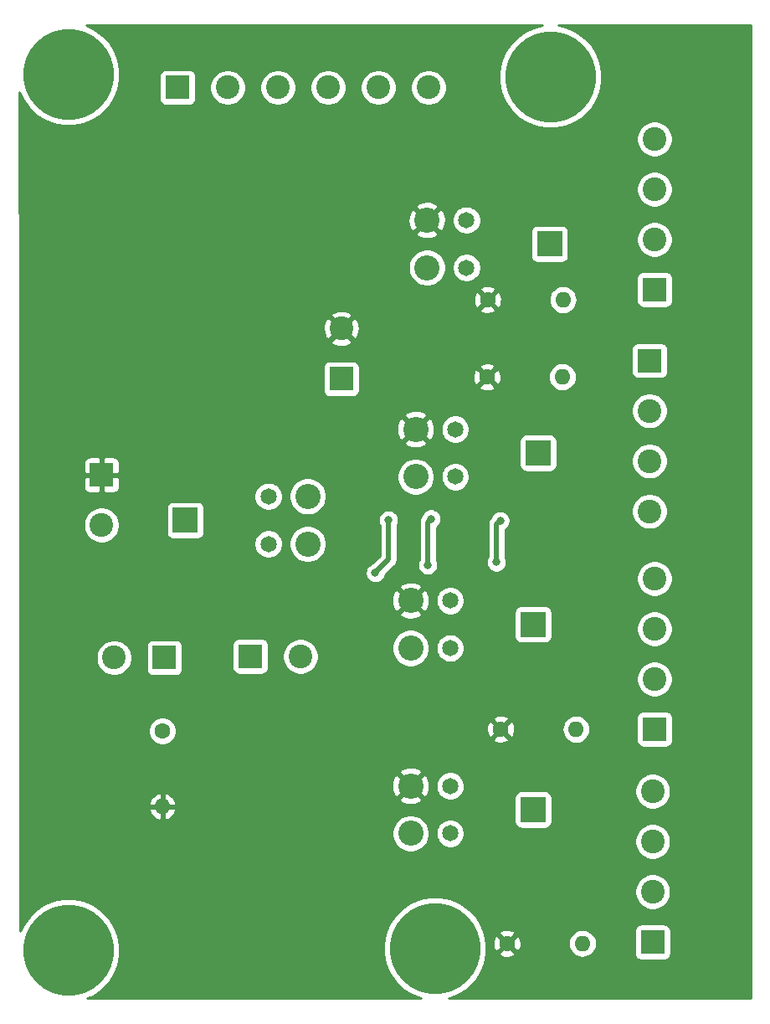
<source format=gbr>
G04 #@! TF.GenerationSoftware,KiCad,Pcbnew,(5.1.4)-1*
G04 #@! TF.CreationDate,2023-06-30T15:23:11-04:00*
G04 #@! TF.ProjectId,4ChWirelessLaunchController,34436857-6972-4656-9c65-73734c61756e,rev?*
G04 #@! TF.SameCoordinates,Original*
G04 #@! TF.FileFunction,Copper,L2,Bot*
G04 #@! TF.FilePolarity,Positive*
%FSLAX46Y46*%
G04 Gerber Fmt 4.6, Leading zero omitted, Abs format (unit mm)*
G04 Created by KiCad (PCBNEW (5.1.4)-1) date 2023-06-30 15:23:11*
%MOMM*%
%LPD*%
G04 APERTURE LIST*
%ADD10C,9.200000*%
%ADD11R,2.400000X2.400000*%
%ADD12C,2.400000*%
%ADD13O,1.600000X1.600000*%
%ADD14C,1.600000*%
%ADD15C,2.550000*%
%ADD16R,2.550000X2.550000*%
%ADD17C,1.650000*%
%ADD18C,0.800000*%
%ADD19C,0.508000*%
%ADD20C,0.254000*%
G04 APERTURE END LIST*
D10*
X107188000Y-220472000D03*
X118872000Y-132334000D03*
X70104000Y-220662500D03*
X70104000Y-132080000D03*
D11*
X79819500Y-191071500D03*
D12*
X74739500Y-191071500D03*
D13*
X121475500Y-198310500D03*
D14*
X113855500Y-198310500D03*
D13*
X122110500Y-219964000D03*
D14*
X114490500Y-219964000D03*
D13*
X120078500Y-162687000D03*
D14*
X112458500Y-162687000D03*
D13*
X120142000Y-154876500D03*
D14*
X112522000Y-154876500D03*
D13*
X79629000Y-206121000D03*
D14*
X79629000Y-198501000D03*
D15*
X104734500Y-185306000D03*
X104734500Y-190106000D03*
D16*
X117134500Y-187706000D03*
D17*
X108734500Y-185306000D03*
X108734500Y-190106000D03*
D15*
X104734500Y-204038500D03*
X104734500Y-208838500D03*
D16*
X117134500Y-206438500D03*
D17*
X108734500Y-204038500D03*
X108734500Y-208838500D03*
D15*
X105242500Y-167970500D03*
X105242500Y-172770500D03*
D16*
X117642500Y-170370500D03*
D17*
X109242500Y-167970500D03*
X109242500Y-172770500D03*
D15*
X106385500Y-146825000D03*
X106385500Y-151625000D03*
D16*
X118785500Y-149225000D03*
D17*
X110385500Y-146825000D03*
X110385500Y-151625000D03*
D15*
X94338000Y-179565000D03*
X94338000Y-174765000D03*
D16*
X81938000Y-177165000D03*
D17*
X90338000Y-179565000D03*
X90338000Y-174765000D03*
D11*
X88519000Y-190944500D03*
D12*
X93599000Y-190944500D03*
D11*
X97726500Y-162877500D03*
D12*
X97726500Y-157797500D03*
D11*
X129413000Y-198310500D03*
D12*
X129413000Y-193230500D03*
X129413000Y-188150500D03*
X129413000Y-183070500D03*
D11*
X129222500Y-219837000D03*
D12*
X129222500Y-214757000D03*
X129222500Y-209677000D03*
X129222500Y-204597000D03*
D11*
X128905000Y-161036000D03*
D12*
X128905000Y-166116000D03*
X128905000Y-171196000D03*
X128905000Y-176276000D03*
D11*
X129413000Y-153860500D03*
D12*
X129413000Y-148780500D03*
X129413000Y-143700500D03*
X129413000Y-138620500D03*
D11*
X81153000Y-133413500D03*
D12*
X86233000Y-133413500D03*
X91313000Y-133413500D03*
X96393000Y-133413500D03*
X101473000Y-133413500D03*
X106553000Y-133413500D03*
D11*
X73469500Y-172593000D03*
D12*
X73469500Y-177673000D03*
D18*
X113411000Y-181419500D03*
X113792000Y-177228500D03*
X101155500Y-182499000D03*
X102489000Y-177165000D03*
X106807000Y-177038000D03*
X106463501Y-181711001D03*
D19*
X113411000Y-177609500D02*
X113792000Y-177228500D01*
X113411000Y-181419500D02*
X113411000Y-177609500D01*
X102489000Y-181165500D02*
X102489000Y-177165000D01*
X101155500Y-182499000D02*
X102489000Y-181165500D01*
X106463501Y-177381499D02*
X106807000Y-177038000D01*
X106463501Y-181711001D02*
X106463501Y-177381499D01*
D20*
G36*
X117345007Y-127300178D02*
G01*
X116392298Y-127694803D01*
X115534882Y-128267710D01*
X114805710Y-128996882D01*
X114232803Y-129854298D01*
X113838178Y-130807007D01*
X113637000Y-131818397D01*
X113637000Y-132849603D01*
X113838178Y-133860993D01*
X114232803Y-134813702D01*
X114805710Y-135671118D01*
X115534882Y-136400290D01*
X116392298Y-136973197D01*
X117345007Y-137367822D01*
X118356397Y-137569000D01*
X119387603Y-137569000D01*
X120398993Y-137367822D01*
X121351702Y-136973197D01*
X122209118Y-136400290D01*
X122938290Y-135671118D01*
X123511197Y-134813702D01*
X123905822Y-133860993D01*
X124107000Y-132849603D01*
X124107000Y-131818397D01*
X123905822Y-130807007D01*
X123511197Y-129854298D01*
X122938290Y-128996882D01*
X122209118Y-128267710D01*
X121351702Y-127694803D01*
X120398993Y-127300178D01*
X119654052Y-127152000D01*
X139103500Y-127152000D01*
X139103501Y-225527000D01*
X108608524Y-225527000D01*
X108714993Y-225505822D01*
X109667702Y-225111197D01*
X110525118Y-224538290D01*
X111254290Y-223809118D01*
X111827197Y-222951702D01*
X112221822Y-221998993D01*
X112423000Y-220987603D01*
X112423000Y-220956702D01*
X113677403Y-220956702D01*
X113748986Y-221200671D01*
X114004496Y-221321571D01*
X114278684Y-221390300D01*
X114561012Y-221404217D01*
X114840630Y-221362787D01*
X115106792Y-221267603D01*
X115232014Y-221200671D01*
X115303597Y-220956702D01*
X114490500Y-220143605D01*
X113677403Y-220956702D01*
X112423000Y-220956702D01*
X112423000Y-220034512D01*
X113050283Y-220034512D01*
X113091713Y-220314130D01*
X113186897Y-220580292D01*
X113253829Y-220705514D01*
X113497798Y-220777097D01*
X114310895Y-219964000D01*
X114670105Y-219964000D01*
X115483202Y-220777097D01*
X115727171Y-220705514D01*
X115848071Y-220450004D01*
X115916800Y-220175816D01*
X115927241Y-219964000D01*
X120668557Y-219964000D01*
X120696264Y-220245309D01*
X120778318Y-220515808D01*
X120911568Y-220765101D01*
X121090892Y-220983608D01*
X121309399Y-221162932D01*
X121558692Y-221296182D01*
X121829191Y-221378236D01*
X122040008Y-221399000D01*
X122180992Y-221399000D01*
X122391809Y-221378236D01*
X122662308Y-221296182D01*
X122911601Y-221162932D01*
X123130108Y-220983608D01*
X123309432Y-220765101D01*
X123442682Y-220515808D01*
X123524736Y-220245309D01*
X123552443Y-219964000D01*
X123524736Y-219682691D01*
X123442682Y-219412192D01*
X123309432Y-219162899D01*
X123130108Y-218944392D01*
X122911601Y-218765068D01*
X122672003Y-218637000D01*
X127384428Y-218637000D01*
X127384428Y-221037000D01*
X127396688Y-221161482D01*
X127432998Y-221281180D01*
X127491963Y-221391494D01*
X127571315Y-221488185D01*
X127668006Y-221567537D01*
X127778320Y-221626502D01*
X127898018Y-221662812D01*
X128022500Y-221675072D01*
X130422500Y-221675072D01*
X130546982Y-221662812D01*
X130666680Y-221626502D01*
X130776994Y-221567537D01*
X130873685Y-221488185D01*
X130953037Y-221391494D01*
X131012002Y-221281180D01*
X131048312Y-221161482D01*
X131060572Y-221037000D01*
X131060572Y-218637000D01*
X131048312Y-218512518D01*
X131012002Y-218392820D01*
X130953037Y-218282506D01*
X130873685Y-218185815D01*
X130776994Y-218106463D01*
X130666680Y-218047498D01*
X130546982Y-218011188D01*
X130422500Y-217998928D01*
X128022500Y-217998928D01*
X127898018Y-218011188D01*
X127778320Y-218047498D01*
X127668006Y-218106463D01*
X127571315Y-218185815D01*
X127491963Y-218282506D01*
X127432998Y-218392820D01*
X127396688Y-218512518D01*
X127384428Y-218637000D01*
X122672003Y-218637000D01*
X122662308Y-218631818D01*
X122391809Y-218549764D01*
X122180992Y-218529000D01*
X122040008Y-218529000D01*
X121829191Y-218549764D01*
X121558692Y-218631818D01*
X121309399Y-218765068D01*
X121090892Y-218944392D01*
X120911568Y-219162899D01*
X120778318Y-219412192D01*
X120696264Y-219682691D01*
X120668557Y-219964000D01*
X115927241Y-219964000D01*
X115930717Y-219893488D01*
X115889287Y-219613870D01*
X115794103Y-219347708D01*
X115727171Y-219222486D01*
X115483202Y-219150903D01*
X114670105Y-219964000D01*
X114310895Y-219964000D01*
X113497798Y-219150903D01*
X113253829Y-219222486D01*
X113132929Y-219477996D01*
X113064200Y-219752184D01*
X113050283Y-220034512D01*
X112423000Y-220034512D01*
X112423000Y-219956397D01*
X112227052Y-218971298D01*
X113677403Y-218971298D01*
X114490500Y-219784395D01*
X115303597Y-218971298D01*
X115232014Y-218727329D01*
X114976504Y-218606429D01*
X114702316Y-218537700D01*
X114419988Y-218523783D01*
X114140370Y-218565213D01*
X113874208Y-218660397D01*
X113748986Y-218727329D01*
X113677403Y-218971298D01*
X112227052Y-218971298D01*
X112221822Y-218945007D01*
X111827197Y-217992298D01*
X111254290Y-217134882D01*
X110525118Y-216405710D01*
X109667702Y-215832803D01*
X108714993Y-215438178D01*
X107703603Y-215237000D01*
X106672397Y-215237000D01*
X105661007Y-215438178D01*
X104708298Y-215832803D01*
X103850882Y-216405710D01*
X103121710Y-217134882D01*
X102548803Y-217992298D01*
X102154178Y-218945007D01*
X101953000Y-219956397D01*
X101953000Y-220987603D01*
X102154178Y-221998993D01*
X102548803Y-222951702D01*
X103121710Y-223809118D01*
X103850882Y-224538290D01*
X104708298Y-225111197D01*
X105661007Y-225505822D01*
X105767476Y-225527000D01*
X72039772Y-225527000D01*
X72583702Y-225301697D01*
X73441118Y-224728790D01*
X74170290Y-223999618D01*
X74743197Y-223142202D01*
X75137822Y-222189493D01*
X75339000Y-221178103D01*
X75339000Y-220146897D01*
X75137822Y-219135507D01*
X74743197Y-218182798D01*
X74170290Y-217325382D01*
X73441118Y-216596210D01*
X72583702Y-216023303D01*
X71630993Y-215628678D01*
X70619603Y-215427500D01*
X69588397Y-215427500D01*
X68577007Y-215628678D01*
X67624298Y-216023303D01*
X66766882Y-216596210D01*
X66037710Y-217325382D01*
X65464803Y-218182798D01*
X65234755Y-218738183D01*
X65232105Y-214576268D01*
X127387500Y-214576268D01*
X127387500Y-214937732D01*
X127458018Y-215292250D01*
X127596344Y-215626199D01*
X127797162Y-215926744D01*
X128052756Y-216182338D01*
X128353301Y-216383156D01*
X128687250Y-216521482D01*
X129041768Y-216592000D01*
X129403232Y-216592000D01*
X129757750Y-216521482D01*
X130091699Y-216383156D01*
X130392244Y-216182338D01*
X130647838Y-215926744D01*
X130848656Y-215626199D01*
X130986982Y-215292250D01*
X131057500Y-214937732D01*
X131057500Y-214576268D01*
X130986982Y-214221750D01*
X130848656Y-213887801D01*
X130647838Y-213587256D01*
X130392244Y-213331662D01*
X130091699Y-213130844D01*
X129757750Y-212992518D01*
X129403232Y-212922000D01*
X129041768Y-212922000D01*
X128687250Y-212992518D01*
X128353301Y-213130844D01*
X128052756Y-213331662D01*
X127797162Y-213587256D01*
X127596344Y-213887801D01*
X127458018Y-214221750D01*
X127387500Y-214576268D01*
X65232105Y-214576268D01*
X65228331Y-208650381D01*
X102824500Y-208650381D01*
X102824500Y-209026619D01*
X102897900Y-209395627D01*
X103041880Y-209743224D01*
X103250906Y-210056054D01*
X103516946Y-210322094D01*
X103829776Y-210531120D01*
X104177373Y-210675100D01*
X104546381Y-210748500D01*
X104922619Y-210748500D01*
X105291627Y-210675100D01*
X105639224Y-210531120D01*
X105952054Y-210322094D01*
X106218094Y-210056054D01*
X106427120Y-209743224D01*
X106571100Y-209395627D01*
X106644500Y-209026619D01*
X106644500Y-208694703D01*
X107274500Y-208694703D01*
X107274500Y-208982297D01*
X107330607Y-209264366D01*
X107440665Y-209530069D01*
X107600444Y-209769196D01*
X107803804Y-209972556D01*
X108042931Y-210132335D01*
X108308634Y-210242393D01*
X108590703Y-210298500D01*
X108878297Y-210298500D01*
X109160366Y-210242393D01*
X109426069Y-210132335D01*
X109665196Y-209972556D01*
X109868556Y-209769196D01*
X110028335Y-209530069D01*
X110042335Y-209496268D01*
X127387500Y-209496268D01*
X127387500Y-209857732D01*
X127458018Y-210212250D01*
X127596344Y-210546199D01*
X127797162Y-210846744D01*
X128052756Y-211102338D01*
X128353301Y-211303156D01*
X128687250Y-211441482D01*
X129041768Y-211512000D01*
X129403232Y-211512000D01*
X129757750Y-211441482D01*
X130091699Y-211303156D01*
X130392244Y-211102338D01*
X130647838Y-210846744D01*
X130848656Y-210546199D01*
X130986982Y-210212250D01*
X131057500Y-209857732D01*
X131057500Y-209496268D01*
X130986982Y-209141750D01*
X130848656Y-208807801D01*
X130647838Y-208507256D01*
X130392244Y-208251662D01*
X130091699Y-208050844D01*
X129757750Y-207912518D01*
X129403232Y-207842000D01*
X129041768Y-207842000D01*
X128687250Y-207912518D01*
X128353301Y-208050844D01*
X128052756Y-208251662D01*
X127797162Y-208507256D01*
X127596344Y-208807801D01*
X127458018Y-209141750D01*
X127387500Y-209496268D01*
X110042335Y-209496268D01*
X110138393Y-209264366D01*
X110194500Y-208982297D01*
X110194500Y-208694703D01*
X110138393Y-208412634D01*
X110028335Y-208146931D01*
X109868556Y-207907804D01*
X109665196Y-207704444D01*
X109426069Y-207544665D01*
X109160366Y-207434607D01*
X108878297Y-207378500D01*
X108590703Y-207378500D01*
X108308634Y-207434607D01*
X108042931Y-207544665D01*
X107803804Y-207704444D01*
X107600444Y-207907804D01*
X107440665Y-208146931D01*
X107330607Y-208412634D01*
X107274500Y-208694703D01*
X106644500Y-208694703D01*
X106644500Y-208650381D01*
X106571100Y-208281373D01*
X106427120Y-207933776D01*
X106218094Y-207620946D01*
X105952054Y-207354906D01*
X105639224Y-207145880D01*
X105291627Y-207001900D01*
X104922619Y-206928500D01*
X104546381Y-206928500D01*
X104177373Y-207001900D01*
X103829776Y-207145880D01*
X103516946Y-207354906D01*
X103250906Y-207620946D01*
X103041880Y-207933776D01*
X102897900Y-208281373D01*
X102824500Y-208650381D01*
X65228331Y-208650381D01*
X65226942Y-206470040D01*
X78237091Y-206470040D01*
X78331930Y-206734881D01*
X78476615Y-206976131D01*
X78665586Y-207184519D01*
X78891580Y-207352037D01*
X79145913Y-207472246D01*
X79279961Y-207512904D01*
X79502000Y-207390915D01*
X79502000Y-206248000D01*
X79756000Y-206248000D01*
X79756000Y-207390915D01*
X79978039Y-207512904D01*
X80112087Y-207472246D01*
X80366420Y-207352037D01*
X80592414Y-207184519D01*
X80781385Y-206976131D01*
X80926070Y-206734881D01*
X81020909Y-206470040D01*
X80899624Y-206248000D01*
X79756000Y-206248000D01*
X79502000Y-206248000D01*
X78358376Y-206248000D01*
X78237091Y-206470040D01*
X65226942Y-206470040D01*
X65226498Y-205771960D01*
X78237091Y-205771960D01*
X78358376Y-205994000D01*
X79502000Y-205994000D01*
X79502000Y-204851085D01*
X79756000Y-204851085D01*
X79756000Y-205994000D01*
X80899624Y-205994000D01*
X81020909Y-205771960D01*
X80926070Y-205507119D01*
X80843785Y-205369915D01*
X103582690Y-205369915D01*
X103711616Y-205662445D01*
X104048086Y-205830796D01*
X104410935Y-205930271D01*
X104786218Y-205957045D01*
X105159515Y-205910091D01*
X105516478Y-205791213D01*
X105757384Y-205662445D01*
X105886310Y-205369915D01*
X104734500Y-204218105D01*
X103582690Y-205369915D01*
X80843785Y-205369915D01*
X80781385Y-205265869D01*
X80592414Y-205057481D01*
X80366420Y-204889963D01*
X80112087Y-204769754D01*
X79978039Y-204729096D01*
X79756000Y-204851085D01*
X79502000Y-204851085D01*
X79279961Y-204729096D01*
X79145913Y-204769754D01*
X78891580Y-204889963D01*
X78665586Y-205057481D01*
X78476615Y-205265869D01*
X78331930Y-205507119D01*
X78237091Y-205771960D01*
X65226498Y-205771960D01*
X65225427Y-204090218D01*
X102815955Y-204090218D01*
X102862909Y-204463515D01*
X102981787Y-204820478D01*
X103110555Y-205061384D01*
X103403085Y-205190310D01*
X104554895Y-204038500D01*
X104914105Y-204038500D01*
X106065915Y-205190310D01*
X106358445Y-205061384D01*
X106526796Y-204724914D01*
X106626271Y-204362065D01*
X106653045Y-203986782D01*
X106641464Y-203894703D01*
X107274500Y-203894703D01*
X107274500Y-204182297D01*
X107330607Y-204464366D01*
X107440665Y-204730069D01*
X107600444Y-204969196D01*
X107803804Y-205172556D01*
X108042931Y-205332335D01*
X108308634Y-205442393D01*
X108590703Y-205498500D01*
X108878297Y-205498500D01*
X109160366Y-205442393D01*
X109426069Y-205332335D01*
X109665196Y-205172556D01*
X109674252Y-205163500D01*
X115221428Y-205163500D01*
X115221428Y-207713500D01*
X115233688Y-207837982D01*
X115269998Y-207957680D01*
X115328963Y-208067994D01*
X115408315Y-208164685D01*
X115505006Y-208244037D01*
X115615320Y-208303002D01*
X115735018Y-208339312D01*
X115859500Y-208351572D01*
X118409500Y-208351572D01*
X118533982Y-208339312D01*
X118653680Y-208303002D01*
X118763994Y-208244037D01*
X118860685Y-208164685D01*
X118940037Y-208067994D01*
X118999002Y-207957680D01*
X119035312Y-207837982D01*
X119047572Y-207713500D01*
X119047572Y-205163500D01*
X119035312Y-205039018D01*
X118999002Y-204919320D01*
X118940037Y-204809006D01*
X118860685Y-204712315D01*
X118763994Y-204632963D01*
X118653680Y-204573998D01*
X118533982Y-204537688D01*
X118409500Y-204525428D01*
X115859500Y-204525428D01*
X115735018Y-204537688D01*
X115615320Y-204573998D01*
X115505006Y-204632963D01*
X115408315Y-204712315D01*
X115328963Y-204809006D01*
X115269998Y-204919320D01*
X115233688Y-205039018D01*
X115221428Y-205163500D01*
X109674252Y-205163500D01*
X109868556Y-204969196D01*
X110028335Y-204730069D01*
X110138393Y-204464366D01*
X110147960Y-204416268D01*
X127387500Y-204416268D01*
X127387500Y-204777732D01*
X127458018Y-205132250D01*
X127596344Y-205466199D01*
X127797162Y-205766744D01*
X128052756Y-206022338D01*
X128353301Y-206223156D01*
X128687250Y-206361482D01*
X129041768Y-206432000D01*
X129403232Y-206432000D01*
X129757750Y-206361482D01*
X130091699Y-206223156D01*
X130392244Y-206022338D01*
X130647838Y-205766744D01*
X130848656Y-205466199D01*
X130986982Y-205132250D01*
X131057500Y-204777732D01*
X131057500Y-204416268D01*
X130986982Y-204061750D01*
X130848656Y-203727801D01*
X130647838Y-203427256D01*
X130392244Y-203171662D01*
X130091699Y-202970844D01*
X129757750Y-202832518D01*
X129403232Y-202762000D01*
X129041768Y-202762000D01*
X128687250Y-202832518D01*
X128353301Y-202970844D01*
X128052756Y-203171662D01*
X127797162Y-203427256D01*
X127596344Y-203727801D01*
X127458018Y-204061750D01*
X127387500Y-204416268D01*
X110147960Y-204416268D01*
X110194500Y-204182297D01*
X110194500Y-203894703D01*
X110138393Y-203612634D01*
X110028335Y-203346931D01*
X109868556Y-203107804D01*
X109665196Y-202904444D01*
X109426069Y-202744665D01*
X109160366Y-202634607D01*
X108878297Y-202578500D01*
X108590703Y-202578500D01*
X108308634Y-202634607D01*
X108042931Y-202744665D01*
X107803804Y-202904444D01*
X107600444Y-203107804D01*
X107440665Y-203346931D01*
X107330607Y-203612634D01*
X107274500Y-203894703D01*
X106641464Y-203894703D01*
X106606091Y-203613485D01*
X106487213Y-203256522D01*
X106358445Y-203015616D01*
X106065915Y-202886690D01*
X104914105Y-204038500D01*
X104554895Y-204038500D01*
X103403085Y-202886690D01*
X103110555Y-203015616D01*
X102942204Y-203352086D01*
X102842729Y-203714935D01*
X102815955Y-204090218D01*
X65225427Y-204090218D01*
X65224546Y-202707085D01*
X103582690Y-202707085D01*
X104734500Y-203858895D01*
X105886310Y-202707085D01*
X105757384Y-202414555D01*
X105420914Y-202246204D01*
X105058065Y-202146729D01*
X104682782Y-202119955D01*
X104309485Y-202166909D01*
X103952522Y-202285787D01*
X103711616Y-202414555D01*
X103582690Y-202707085D01*
X65224546Y-202707085D01*
X65221776Y-198359665D01*
X78194000Y-198359665D01*
X78194000Y-198642335D01*
X78249147Y-198919574D01*
X78357320Y-199180727D01*
X78514363Y-199415759D01*
X78714241Y-199615637D01*
X78949273Y-199772680D01*
X79210426Y-199880853D01*
X79487665Y-199936000D01*
X79770335Y-199936000D01*
X80047574Y-199880853D01*
X80308727Y-199772680D01*
X80543759Y-199615637D01*
X80743637Y-199415759D01*
X80818845Y-199303202D01*
X113042403Y-199303202D01*
X113113986Y-199547171D01*
X113369496Y-199668071D01*
X113643684Y-199736800D01*
X113926012Y-199750717D01*
X114205630Y-199709287D01*
X114471792Y-199614103D01*
X114597014Y-199547171D01*
X114668597Y-199303202D01*
X113855500Y-198490105D01*
X113042403Y-199303202D01*
X80818845Y-199303202D01*
X80900680Y-199180727D01*
X81008853Y-198919574D01*
X81064000Y-198642335D01*
X81064000Y-198381012D01*
X112415283Y-198381012D01*
X112456713Y-198660630D01*
X112551897Y-198926792D01*
X112618829Y-199052014D01*
X112862798Y-199123597D01*
X113675895Y-198310500D01*
X114035105Y-198310500D01*
X114848202Y-199123597D01*
X115092171Y-199052014D01*
X115213071Y-198796504D01*
X115281800Y-198522316D01*
X115292241Y-198310500D01*
X120033557Y-198310500D01*
X120061264Y-198591809D01*
X120143318Y-198862308D01*
X120276568Y-199111601D01*
X120455892Y-199330108D01*
X120674399Y-199509432D01*
X120923692Y-199642682D01*
X121194191Y-199724736D01*
X121405008Y-199745500D01*
X121545992Y-199745500D01*
X121756809Y-199724736D01*
X122027308Y-199642682D01*
X122276601Y-199509432D01*
X122495108Y-199330108D01*
X122674432Y-199111601D01*
X122807682Y-198862308D01*
X122889736Y-198591809D01*
X122917443Y-198310500D01*
X122889736Y-198029191D01*
X122807682Y-197758692D01*
X122674432Y-197509399D01*
X122495108Y-197290892D01*
X122276601Y-197111568D01*
X122274603Y-197110500D01*
X127574928Y-197110500D01*
X127574928Y-199510500D01*
X127587188Y-199634982D01*
X127623498Y-199754680D01*
X127682463Y-199864994D01*
X127761815Y-199961685D01*
X127858506Y-200041037D01*
X127968820Y-200100002D01*
X128088518Y-200136312D01*
X128213000Y-200148572D01*
X130613000Y-200148572D01*
X130737482Y-200136312D01*
X130857180Y-200100002D01*
X130967494Y-200041037D01*
X131064185Y-199961685D01*
X131143537Y-199864994D01*
X131202502Y-199754680D01*
X131238812Y-199634982D01*
X131251072Y-199510500D01*
X131251072Y-197110500D01*
X131238812Y-196986018D01*
X131202502Y-196866320D01*
X131143537Y-196756006D01*
X131064185Y-196659315D01*
X130967494Y-196579963D01*
X130857180Y-196520998D01*
X130737482Y-196484688D01*
X130613000Y-196472428D01*
X128213000Y-196472428D01*
X128088518Y-196484688D01*
X127968820Y-196520998D01*
X127858506Y-196579963D01*
X127761815Y-196659315D01*
X127682463Y-196756006D01*
X127623498Y-196866320D01*
X127587188Y-196986018D01*
X127574928Y-197110500D01*
X122274603Y-197110500D01*
X122027308Y-196978318D01*
X121756809Y-196896264D01*
X121545992Y-196875500D01*
X121405008Y-196875500D01*
X121194191Y-196896264D01*
X120923692Y-196978318D01*
X120674399Y-197111568D01*
X120455892Y-197290892D01*
X120276568Y-197509399D01*
X120143318Y-197758692D01*
X120061264Y-198029191D01*
X120033557Y-198310500D01*
X115292241Y-198310500D01*
X115295717Y-198239988D01*
X115254287Y-197960370D01*
X115159103Y-197694208D01*
X115092171Y-197568986D01*
X114848202Y-197497403D01*
X114035105Y-198310500D01*
X113675895Y-198310500D01*
X112862798Y-197497403D01*
X112618829Y-197568986D01*
X112497929Y-197824496D01*
X112429200Y-198098684D01*
X112415283Y-198381012D01*
X81064000Y-198381012D01*
X81064000Y-198359665D01*
X81008853Y-198082426D01*
X80900680Y-197821273D01*
X80743637Y-197586241D01*
X80543759Y-197386363D01*
X80441144Y-197317798D01*
X113042403Y-197317798D01*
X113855500Y-198130895D01*
X114668597Y-197317798D01*
X114597014Y-197073829D01*
X114341504Y-196952929D01*
X114067316Y-196884200D01*
X113784988Y-196870283D01*
X113505370Y-196911713D01*
X113239208Y-197006897D01*
X113113986Y-197073829D01*
X113042403Y-197317798D01*
X80441144Y-197317798D01*
X80308727Y-197229320D01*
X80047574Y-197121147D01*
X79770335Y-197066000D01*
X79487665Y-197066000D01*
X79210426Y-197121147D01*
X78949273Y-197229320D01*
X78714241Y-197386363D01*
X78514363Y-197586241D01*
X78357320Y-197821273D01*
X78249147Y-198082426D01*
X78194000Y-198359665D01*
X65221776Y-198359665D01*
X65218395Y-193049768D01*
X127578000Y-193049768D01*
X127578000Y-193411232D01*
X127648518Y-193765750D01*
X127786844Y-194099699D01*
X127987662Y-194400244D01*
X128243256Y-194655838D01*
X128543801Y-194856656D01*
X128877750Y-194994982D01*
X129232268Y-195065500D01*
X129593732Y-195065500D01*
X129948250Y-194994982D01*
X130282199Y-194856656D01*
X130582744Y-194655838D01*
X130838338Y-194400244D01*
X131039156Y-194099699D01*
X131177482Y-193765750D01*
X131248000Y-193411232D01*
X131248000Y-193049768D01*
X131177482Y-192695250D01*
X131039156Y-192361301D01*
X130838338Y-192060756D01*
X130582744Y-191805162D01*
X130282199Y-191604344D01*
X129948250Y-191466018D01*
X129593732Y-191395500D01*
X129232268Y-191395500D01*
X128877750Y-191466018D01*
X128543801Y-191604344D01*
X128243256Y-191805162D01*
X127987662Y-192060756D01*
X127786844Y-192361301D01*
X127648518Y-192695250D01*
X127578000Y-193049768D01*
X65218395Y-193049768D01*
X65217019Y-190890768D01*
X72904500Y-190890768D01*
X72904500Y-191252232D01*
X72975018Y-191606750D01*
X73113344Y-191940699D01*
X73314162Y-192241244D01*
X73569756Y-192496838D01*
X73870301Y-192697656D01*
X74204250Y-192835982D01*
X74558768Y-192906500D01*
X74920232Y-192906500D01*
X75274750Y-192835982D01*
X75608699Y-192697656D01*
X75909244Y-192496838D01*
X76164838Y-192241244D01*
X76365656Y-191940699D01*
X76503982Y-191606750D01*
X76574500Y-191252232D01*
X76574500Y-190890768D01*
X76503982Y-190536250D01*
X76365656Y-190202301D01*
X76164838Y-189901756D01*
X76134582Y-189871500D01*
X77981428Y-189871500D01*
X77981428Y-192271500D01*
X77993688Y-192395982D01*
X78029998Y-192515680D01*
X78088963Y-192625994D01*
X78168315Y-192722685D01*
X78265006Y-192802037D01*
X78375320Y-192861002D01*
X78495018Y-192897312D01*
X78619500Y-192909572D01*
X81019500Y-192909572D01*
X81143982Y-192897312D01*
X81263680Y-192861002D01*
X81373994Y-192802037D01*
X81470685Y-192722685D01*
X81550037Y-192625994D01*
X81609002Y-192515680D01*
X81645312Y-192395982D01*
X81657572Y-192271500D01*
X81657572Y-189871500D01*
X81645312Y-189747018D01*
X81644549Y-189744500D01*
X86680928Y-189744500D01*
X86680928Y-192144500D01*
X86693188Y-192268982D01*
X86729498Y-192388680D01*
X86788463Y-192498994D01*
X86867815Y-192595685D01*
X86964506Y-192675037D01*
X87074820Y-192734002D01*
X87194518Y-192770312D01*
X87319000Y-192782572D01*
X89719000Y-192782572D01*
X89843482Y-192770312D01*
X89963180Y-192734002D01*
X90073494Y-192675037D01*
X90170185Y-192595685D01*
X90249537Y-192498994D01*
X90308502Y-192388680D01*
X90344812Y-192268982D01*
X90357072Y-192144500D01*
X90357072Y-190763768D01*
X91764000Y-190763768D01*
X91764000Y-191125232D01*
X91834518Y-191479750D01*
X91972844Y-191813699D01*
X92173662Y-192114244D01*
X92429256Y-192369838D01*
X92729801Y-192570656D01*
X93063750Y-192708982D01*
X93418268Y-192779500D01*
X93779732Y-192779500D01*
X94134250Y-192708982D01*
X94468199Y-192570656D01*
X94768744Y-192369838D01*
X95024338Y-192114244D01*
X95225156Y-191813699D01*
X95363482Y-191479750D01*
X95434000Y-191125232D01*
X95434000Y-190763768D01*
X95363482Y-190409250D01*
X95225156Y-190075301D01*
X95119972Y-189917881D01*
X102824500Y-189917881D01*
X102824500Y-190294119D01*
X102897900Y-190663127D01*
X103041880Y-191010724D01*
X103250906Y-191323554D01*
X103516946Y-191589594D01*
X103829776Y-191798620D01*
X104177373Y-191942600D01*
X104546381Y-192016000D01*
X104922619Y-192016000D01*
X105291627Y-191942600D01*
X105639224Y-191798620D01*
X105952054Y-191589594D01*
X106218094Y-191323554D01*
X106427120Y-191010724D01*
X106571100Y-190663127D01*
X106644500Y-190294119D01*
X106644500Y-189962203D01*
X107274500Y-189962203D01*
X107274500Y-190249797D01*
X107330607Y-190531866D01*
X107440665Y-190797569D01*
X107600444Y-191036696D01*
X107803804Y-191240056D01*
X108042931Y-191399835D01*
X108308634Y-191509893D01*
X108590703Y-191566000D01*
X108878297Y-191566000D01*
X109160366Y-191509893D01*
X109426069Y-191399835D01*
X109665196Y-191240056D01*
X109868556Y-191036696D01*
X110028335Y-190797569D01*
X110138393Y-190531866D01*
X110194500Y-190249797D01*
X110194500Y-189962203D01*
X110138393Y-189680134D01*
X110028335Y-189414431D01*
X109868556Y-189175304D01*
X109665196Y-188971944D01*
X109426069Y-188812165D01*
X109160366Y-188702107D01*
X108878297Y-188646000D01*
X108590703Y-188646000D01*
X108308634Y-188702107D01*
X108042931Y-188812165D01*
X107803804Y-188971944D01*
X107600444Y-189175304D01*
X107440665Y-189414431D01*
X107330607Y-189680134D01*
X107274500Y-189962203D01*
X106644500Y-189962203D01*
X106644500Y-189917881D01*
X106571100Y-189548873D01*
X106427120Y-189201276D01*
X106218094Y-188888446D01*
X105952054Y-188622406D01*
X105639224Y-188413380D01*
X105291627Y-188269400D01*
X104922619Y-188196000D01*
X104546381Y-188196000D01*
X104177373Y-188269400D01*
X103829776Y-188413380D01*
X103516946Y-188622406D01*
X103250906Y-188888446D01*
X103041880Y-189201276D01*
X102897900Y-189548873D01*
X102824500Y-189917881D01*
X95119972Y-189917881D01*
X95024338Y-189774756D01*
X94768744Y-189519162D01*
X94468199Y-189318344D01*
X94134250Y-189180018D01*
X93779732Y-189109500D01*
X93418268Y-189109500D01*
X93063750Y-189180018D01*
X92729801Y-189318344D01*
X92429256Y-189519162D01*
X92173662Y-189774756D01*
X91972844Y-190075301D01*
X91834518Y-190409250D01*
X91764000Y-190763768D01*
X90357072Y-190763768D01*
X90357072Y-189744500D01*
X90344812Y-189620018D01*
X90308502Y-189500320D01*
X90249537Y-189390006D01*
X90170185Y-189293315D01*
X90073494Y-189213963D01*
X89963180Y-189154998D01*
X89843482Y-189118688D01*
X89719000Y-189106428D01*
X87319000Y-189106428D01*
X87194518Y-189118688D01*
X87074820Y-189154998D01*
X86964506Y-189213963D01*
X86867815Y-189293315D01*
X86788463Y-189390006D01*
X86729498Y-189500320D01*
X86693188Y-189620018D01*
X86680928Y-189744500D01*
X81644549Y-189744500D01*
X81609002Y-189627320D01*
X81550037Y-189517006D01*
X81470685Y-189420315D01*
X81373994Y-189340963D01*
X81263680Y-189281998D01*
X81143982Y-189245688D01*
X81019500Y-189233428D01*
X78619500Y-189233428D01*
X78495018Y-189245688D01*
X78375320Y-189281998D01*
X78265006Y-189340963D01*
X78168315Y-189420315D01*
X78088963Y-189517006D01*
X78029998Y-189627320D01*
X77993688Y-189747018D01*
X77981428Y-189871500D01*
X76134582Y-189871500D01*
X75909244Y-189646162D01*
X75608699Y-189445344D01*
X75274750Y-189307018D01*
X74920232Y-189236500D01*
X74558768Y-189236500D01*
X74204250Y-189307018D01*
X73870301Y-189445344D01*
X73569756Y-189646162D01*
X73314162Y-189901756D01*
X73113344Y-190202301D01*
X72975018Y-190536250D01*
X72904500Y-190890768D01*
X65217019Y-190890768D01*
X65214311Y-186637415D01*
X103582690Y-186637415D01*
X103711616Y-186929945D01*
X104048086Y-187098296D01*
X104410935Y-187197771D01*
X104786218Y-187224545D01*
X105159515Y-187177591D01*
X105516478Y-187058713D01*
X105757384Y-186929945D01*
X105886310Y-186637415D01*
X104734500Y-185485605D01*
X103582690Y-186637415D01*
X65214311Y-186637415D01*
X65213496Y-185357718D01*
X102815955Y-185357718D01*
X102862909Y-185731015D01*
X102981787Y-186087978D01*
X103110555Y-186328884D01*
X103403085Y-186457810D01*
X104554895Y-185306000D01*
X104914105Y-185306000D01*
X106065915Y-186457810D01*
X106358445Y-186328884D01*
X106526796Y-185992414D01*
X106626271Y-185629565D01*
X106653045Y-185254282D01*
X106641464Y-185162203D01*
X107274500Y-185162203D01*
X107274500Y-185449797D01*
X107330607Y-185731866D01*
X107440665Y-185997569D01*
X107600444Y-186236696D01*
X107803804Y-186440056D01*
X108042931Y-186599835D01*
X108308634Y-186709893D01*
X108590703Y-186766000D01*
X108878297Y-186766000D01*
X109160366Y-186709893D01*
X109426069Y-186599835D01*
X109665196Y-186440056D01*
X109674252Y-186431000D01*
X115221428Y-186431000D01*
X115221428Y-188981000D01*
X115233688Y-189105482D01*
X115269998Y-189225180D01*
X115328963Y-189335494D01*
X115408315Y-189432185D01*
X115505006Y-189511537D01*
X115615320Y-189570502D01*
X115735018Y-189606812D01*
X115859500Y-189619072D01*
X118409500Y-189619072D01*
X118533982Y-189606812D01*
X118653680Y-189570502D01*
X118763994Y-189511537D01*
X118860685Y-189432185D01*
X118940037Y-189335494D01*
X118999002Y-189225180D01*
X119035312Y-189105482D01*
X119047572Y-188981000D01*
X119047572Y-187969768D01*
X127578000Y-187969768D01*
X127578000Y-188331232D01*
X127648518Y-188685750D01*
X127786844Y-189019699D01*
X127987662Y-189320244D01*
X128243256Y-189575838D01*
X128543801Y-189776656D01*
X128877750Y-189914982D01*
X129232268Y-189985500D01*
X129593732Y-189985500D01*
X129948250Y-189914982D01*
X130282199Y-189776656D01*
X130582744Y-189575838D01*
X130838338Y-189320244D01*
X131039156Y-189019699D01*
X131177482Y-188685750D01*
X131248000Y-188331232D01*
X131248000Y-187969768D01*
X131177482Y-187615250D01*
X131039156Y-187281301D01*
X130838338Y-186980756D01*
X130582744Y-186725162D01*
X130282199Y-186524344D01*
X129948250Y-186386018D01*
X129593732Y-186315500D01*
X129232268Y-186315500D01*
X128877750Y-186386018D01*
X128543801Y-186524344D01*
X128243256Y-186725162D01*
X127987662Y-186980756D01*
X127786844Y-187281301D01*
X127648518Y-187615250D01*
X127578000Y-187969768D01*
X119047572Y-187969768D01*
X119047572Y-186431000D01*
X119035312Y-186306518D01*
X118999002Y-186186820D01*
X118940037Y-186076506D01*
X118860685Y-185979815D01*
X118763994Y-185900463D01*
X118653680Y-185841498D01*
X118533982Y-185805188D01*
X118409500Y-185792928D01*
X115859500Y-185792928D01*
X115735018Y-185805188D01*
X115615320Y-185841498D01*
X115505006Y-185900463D01*
X115408315Y-185979815D01*
X115328963Y-186076506D01*
X115269998Y-186186820D01*
X115233688Y-186306518D01*
X115221428Y-186431000D01*
X109674252Y-186431000D01*
X109868556Y-186236696D01*
X110028335Y-185997569D01*
X110138393Y-185731866D01*
X110194500Y-185449797D01*
X110194500Y-185162203D01*
X110138393Y-184880134D01*
X110028335Y-184614431D01*
X109868556Y-184375304D01*
X109665196Y-184171944D01*
X109426069Y-184012165D01*
X109160366Y-183902107D01*
X108878297Y-183846000D01*
X108590703Y-183846000D01*
X108308634Y-183902107D01*
X108042931Y-184012165D01*
X107803804Y-184171944D01*
X107600444Y-184375304D01*
X107440665Y-184614431D01*
X107330607Y-184880134D01*
X107274500Y-185162203D01*
X106641464Y-185162203D01*
X106606091Y-184880985D01*
X106487213Y-184524022D01*
X106358445Y-184283116D01*
X106065915Y-184154190D01*
X104914105Y-185306000D01*
X104554895Y-185306000D01*
X103403085Y-184154190D01*
X103110555Y-184283116D01*
X102942204Y-184619586D01*
X102842729Y-184982435D01*
X102815955Y-185357718D01*
X65213496Y-185357718D01*
X65212615Y-183974585D01*
X103582690Y-183974585D01*
X104734500Y-185126395D01*
X105886310Y-183974585D01*
X105757384Y-183682055D01*
X105420914Y-183513704D01*
X105058065Y-183414229D01*
X104682782Y-183387455D01*
X104309485Y-183434409D01*
X103952522Y-183553287D01*
X103711616Y-183682055D01*
X103582690Y-183974585D01*
X65212615Y-183974585D01*
X65211610Y-182397061D01*
X100120500Y-182397061D01*
X100120500Y-182600939D01*
X100160274Y-182800898D01*
X100238295Y-182989256D01*
X100351563Y-183158774D01*
X100495726Y-183302937D01*
X100665244Y-183416205D01*
X100853602Y-183494226D01*
X101053561Y-183534000D01*
X101257439Y-183534000D01*
X101457398Y-183494226D01*
X101645756Y-183416205D01*
X101815274Y-183302937D01*
X101959437Y-183158774D01*
X102072705Y-182989256D01*
X102113914Y-182889768D01*
X127578000Y-182889768D01*
X127578000Y-183251232D01*
X127648518Y-183605750D01*
X127786844Y-183939699D01*
X127987662Y-184240244D01*
X128243256Y-184495838D01*
X128543801Y-184696656D01*
X128877750Y-184834982D01*
X129232268Y-184905500D01*
X129593732Y-184905500D01*
X129948250Y-184834982D01*
X130282199Y-184696656D01*
X130582744Y-184495838D01*
X130838338Y-184240244D01*
X131039156Y-183939699D01*
X131177482Y-183605750D01*
X131248000Y-183251232D01*
X131248000Y-182889768D01*
X131177482Y-182535250D01*
X131039156Y-182201301D01*
X130838338Y-181900756D01*
X130582744Y-181645162D01*
X130282199Y-181444344D01*
X129948250Y-181306018D01*
X129593732Y-181235500D01*
X129232268Y-181235500D01*
X128877750Y-181306018D01*
X128543801Y-181444344D01*
X128243256Y-181645162D01*
X127987662Y-181900756D01*
X127786844Y-182201301D01*
X127648518Y-182535250D01*
X127578000Y-182889768D01*
X102113914Y-182889768D01*
X102150726Y-182800898D01*
X102160630Y-182751105D01*
X103086743Y-181824993D01*
X103120659Y-181797159D01*
X103231753Y-181661791D01*
X103259937Y-181609062D01*
X105428501Y-181609062D01*
X105428501Y-181812940D01*
X105468275Y-182012899D01*
X105546296Y-182201257D01*
X105659564Y-182370775D01*
X105803727Y-182514938D01*
X105973245Y-182628206D01*
X106161603Y-182706227D01*
X106361562Y-182746001D01*
X106565440Y-182746001D01*
X106765399Y-182706227D01*
X106953757Y-182628206D01*
X107123275Y-182514938D01*
X107267438Y-182370775D01*
X107380706Y-182201257D01*
X107458727Y-182012899D01*
X107498501Y-181812940D01*
X107498501Y-181609062D01*
X107458727Y-181409103D01*
X107420809Y-181317561D01*
X112376000Y-181317561D01*
X112376000Y-181521439D01*
X112415774Y-181721398D01*
X112493795Y-181909756D01*
X112607063Y-182079274D01*
X112751226Y-182223437D01*
X112920744Y-182336705D01*
X113109102Y-182414726D01*
X113309061Y-182454500D01*
X113512939Y-182454500D01*
X113712898Y-182414726D01*
X113901256Y-182336705D01*
X114070774Y-182223437D01*
X114214937Y-182079274D01*
X114328205Y-181909756D01*
X114406226Y-181721398D01*
X114446000Y-181521439D01*
X114446000Y-181317561D01*
X114406226Y-181117602D01*
X114328205Y-180929244D01*
X114300000Y-180887032D01*
X114300000Y-178133849D01*
X114451774Y-178032437D01*
X114595937Y-177888274D01*
X114709205Y-177718756D01*
X114787226Y-177530398D01*
X114827000Y-177330439D01*
X114827000Y-177126561D01*
X114787226Y-176926602D01*
X114709205Y-176738244D01*
X114595937Y-176568726D01*
X114451774Y-176424563D01*
X114282256Y-176311295D01*
X114093898Y-176233274D01*
X113893939Y-176193500D01*
X113690061Y-176193500D01*
X113490102Y-176233274D01*
X113301744Y-176311295D01*
X113132226Y-176424563D01*
X112988063Y-176568726D01*
X112874795Y-176738244D01*
X112796774Y-176926602D01*
X112787994Y-176970740D01*
X112779342Y-176977841D01*
X112751507Y-177011758D01*
X112751505Y-177011760D01*
X112668248Y-177113209D01*
X112585698Y-177267648D01*
X112534864Y-177435226D01*
X112517700Y-177609500D01*
X112522001Y-177653170D01*
X112522000Y-180887032D01*
X112493795Y-180929244D01*
X112415774Y-181117602D01*
X112376000Y-181317561D01*
X107420809Y-181317561D01*
X107380706Y-181220745D01*
X107352501Y-181178533D01*
X107352501Y-177918292D01*
X107466774Y-177841937D01*
X107610937Y-177697774D01*
X107724205Y-177528256D01*
X107802226Y-177339898D01*
X107842000Y-177139939D01*
X107842000Y-176936061D01*
X107802226Y-176736102D01*
X107724205Y-176547744D01*
X107610937Y-176378226D01*
X107466774Y-176234063D01*
X107297256Y-176120795D01*
X107235629Y-176095268D01*
X127070000Y-176095268D01*
X127070000Y-176456732D01*
X127140518Y-176811250D01*
X127278844Y-177145199D01*
X127479662Y-177445744D01*
X127735256Y-177701338D01*
X128035801Y-177902156D01*
X128369750Y-178040482D01*
X128724268Y-178111000D01*
X129085732Y-178111000D01*
X129440250Y-178040482D01*
X129774199Y-177902156D01*
X130074744Y-177701338D01*
X130330338Y-177445744D01*
X130531156Y-177145199D01*
X130669482Y-176811250D01*
X130740000Y-176456732D01*
X130740000Y-176095268D01*
X130669482Y-175740750D01*
X130531156Y-175406801D01*
X130330338Y-175106256D01*
X130074744Y-174850662D01*
X129774199Y-174649844D01*
X129440250Y-174511518D01*
X129085732Y-174441000D01*
X128724268Y-174441000D01*
X128369750Y-174511518D01*
X128035801Y-174649844D01*
X127735256Y-174850662D01*
X127479662Y-175106256D01*
X127278844Y-175406801D01*
X127140518Y-175740750D01*
X127070000Y-176095268D01*
X107235629Y-176095268D01*
X107108898Y-176042774D01*
X106908939Y-176003000D01*
X106705061Y-176003000D01*
X106505102Y-176042774D01*
X106316744Y-176120795D01*
X106147226Y-176234063D01*
X106003063Y-176378226D01*
X105889795Y-176547744D01*
X105811774Y-176736102D01*
X105801747Y-176786512D01*
X105720749Y-176885208D01*
X105638199Y-177039647D01*
X105587365Y-177207225D01*
X105570201Y-177381499D01*
X105574502Y-177425169D01*
X105574501Y-181178533D01*
X105546296Y-181220745D01*
X105468275Y-181409103D01*
X105428501Y-181609062D01*
X103259937Y-181609062D01*
X103314303Y-181507351D01*
X103365136Y-181339774D01*
X103378000Y-181209167D01*
X103378000Y-181209160D01*
X103382300Y-181165500D01*
X103378000Y-181121840D01*
X103378000Y-177697468D01*
X103406205Y-177655256D01*
X103484226Y-177466898D01*
X103524000Y-177266939D01*
X103524000Y-177063061D01*
X103484226Y-176863102D01*
X103406205Y-176674744D01*
X103292937Y-176505226D01*
X103148774Y-176361063D01*
X102979256Y-176247795D01*
X102790898Y-176169774D01*
X102590939Y-176130000D01*
X102387061Y-176130000D01*
X102187102Y-176169774D01*
X101998744Y-176247795D01*
X101829226Y-176361063D01*
X101685063Y-176505226D01*
X101571795Y-176674744D01*
X101493774Y-176863102D01*
X101454000Y-177063061D01*
X101454000Y-177266939D01*
X101493774Y-177466898D01*
X101571795Y-177655256D01*
X101600001Y-177697469D01*
X101600000Y-180797264D01*
X100903395Y-181493870D01*
X100853602Y-181503774D01*
X100665244Y-181581795D01*
X100495726Y-181695063D01*
X100351563Y-181839226D01*
X100238295Y-182008744D01*
X100160274Y-182197102D01*
X100120500Y-182397061D01*
X65211610Y-182397061D01*
X65208485Y-177492268D01*
X71634500Y-177492268D01*
X71634500Y-177853732D01*
X71705018Y-178208250D01*
X71843344Y-178542199D01*
X72044162Y-178842744D01*
X72299756Y-179098338D01*
X72600301Y-179299156D01*
X72934250Y-179437482D01*
X73288768Y-179508000D01*
X73650232Y-179508000D01*
X74004750Y-179437482D01*
X74044051Y-179421203D01*
X88878000Y-179421203D01*
X88878000Y-179708797D01*
X88934107Y-179990866D01*
X89044165Y-180256569D01*
X89203944Y-180495696D01*
X89407304Y-180699056D01*
X89646431Y-180858835D01*
X89912134Y-180968893D01*
X90194203Y-181025000D01*
X90481797Y-181025000D01*
X90763866Y-180968893D01*
X91029569Y-180858835D01*
X91268696Y-180699056D01*
X91472056Y-180495696D01*
X91631835Y-180256569D01*
X91741893Y-179990866D01*
X91798000Y-179708797D01*
X91798000Y-179421203D01*
X91789184Y-179376881D01*
X92428000Y-179376881D01*
X92428000Y-179753119D01*
X92501400Y-180122127D01*
X92645380Y-180469724D01*
X92854406Y-180782554D01*
X93120446Y-181048594D01*
X93433276Y-181257620D01*
X93780873Y-181401600D01*
X94149881Y-181475000D01*
X94526119Y-181475000D01*
X94895127Y-181401600D01*
X95242724Y-181257620D01*
X95555554Y-181048594D01*
X95821594Y-180782554D01*
X96030620Y-180469724D01*
X96174600Y-180122127D01*
X96248000Y-179753119D01*
X96248000Y-179376881D01*
X96174600Y-179007873D01*
X96030620Y-178660276D01*
X95821594Y-178347446D01*
X95555554Y-178081406D01*
X95242724Y-177872380D01*
X94895127Y-177728400D01*
X94526119Y-177655000D01*
X94149881Y-177655000D01*
X93780873Y-177728400D01*
X93433276Y-177872380D01*
X93120446Y-178081406D01*
X92854406Y-178347446D01*
X92645380Y-178660276D01*
X92501400Y-179007873D01*
X92428000Y-179376881D01*
X91789184Y-179376881D01*
X91741893Y-179139134D01*
X91631835Y-178873431D01*
X91472056Y-178634304D01*
X91268696Y-178430944D01*
X91029569Y-178271165D01*
X90763866Y-178161107D01*
X90481797Y-178105000D01*
X90194203Y-178105000D01*
X89912134Y-178161107D01*
X89646431Y-178271165D01*
X89407304Y-178430944D01*
X89203944Y-178634304D01*
X89044165Y-178873431D01*
X88934107Y-179139134D01*
X88878000Y-179421203D01*
X74044051Y-179421203D01*
X74338699Y-179299156D01*
X74639244Y-179098338D01*
X74894838Y-178842744D01*
X75095656Y-178542199D01*
X75233982Y-178208250D01*
X75304500Y-177853732D01*
X75304500Y-177492268D01*
X75233982Y-177137750D01*
X75095656Y-176803801D01*
X74894838Y-176503256D01*
X74639244Y-176247662D01*
X74338699Y-176046844D01*
X74004750Y-175908518D01*
X73911654Y-175890000D01*
X80024928Y-175890000D01*
X80024928Y-178440000D01*
X80037188Y-178564482D01*
X80073498Y-178684180D01*
X80132463Y-178794494D01*
X80211815Y-178891185D01*
X80308506Y-178970537D01*
X80418820Y-179029502D01*
X80538518Y-179065812D01*
X80663000Y-179078072D01*
X83213000Y-179078072D01*
X83337482Y-179065812D01*
X83457180Y-179029502D01*
X83567494Y-178970537D01*
X83664185Y-178891185D01*
X83743537Y-178794494D01*
X83802502Y-178684180D01*
X83838812Y-178564482D01*
X83851072Y-178440000D01*
X83851072Y-175890000D01*
X83838812Y-175765518D01*
X83802502Y-175645820D01*
X83743537Y-175535506D01*
X83664185Y-175438815D01*
X83567494Y-175359463D01*
X83457180Y-175300498D01*
X83337482Y-175264188D01*
X83213000Y-175251928D01*
X80663000Y-175251928D01*
X80538518Y-175264188D01*
X80418820Y-175300498D01*
X80308506Y-175359463D01*
X80211815Y-175438815D01*
X80132463Y-175535506D01*
X80073498Y-175645820D01*
X80037188Y-175765518D01*
X80024928Y-175890000D01*
X73911654Y-175890000D01*
X73650232Y-175838000D01*
X73288768Y-175838000D01*
X72934250Y-175908518D01*
X72600301Y-176046844D01*
X72299756Y-176247662D01*
X72044162Y-176503256D01*
X71843344Y-176803801D01*
X71705018Y-177137750D01*
X71634500Y-177492268D01*
X65208485Y-177492268D01*
X65206656Y-174621203D01*
X88878000Y-174621203D01*
X88878000Y-174908797D01*
X88934107Y-175190866D01*
X89044165Y-175456569D01*
X89203944Y-175695696D01*
X89407304Y-175899056D01*
X89646431Y-176058835D01*
X89912134Y-176168893D01*
X90194203Y-176225000D01*
X90481797Y-176225000D01*
X90763866Y-176168893D01*
X91029569Y-176058835D01*
X91268696Y-175899056D01*
X91472056Y-175695696D01*
X91631835Y-175456569D01*
X91741893Y-175190866D01*
X91798000Y-174908797D01*
X91798000Y-174621203D01*
X91789184Y-174576881D01*
X92428000Y-174576881D01*
X92428000Y-174953119D01*
X92501400Y-175322127D01*
X92645380Y-175669724D01*
X92854406Y-175982554D01*
X93120446Y-176248594D01*
X93433276Y-176457620D01*
X93780873Y-176601600D01*
X94149881Y-176675000D01*
X94526119Y-176675000D01*
X94895127Y-176601600D01*
X95242724Y-176457620D01*
X95555554Y-176248594D01*
X95821594Y-175982554D01*
X96030620Y-175669724D01*
X96174600Y-175322127D01*
X96248000Y-174953119D01*
X96248000Y-174576881D01*
X96174600Y-174207873D01*
X96030620Y-173860276D01*
X95821594Y-173547446D01*
X95555554Y-173281406D01*
X95242724Y-173072380D01*
X94895127Y-172928400D01*
X94526119Y-172855000D01*
X94149881Y-172855000D01*
X93780873Y-172928400D01*
X93433276Y-173072380D01*
X93120446Y-173281406D01*
X92854406Y-173547446D01*
X92645380Y-173860276D01*
X92501400Y-174207873D01*
X92428000Y-174576881D01*
X91789184Y-174576881D01*
X91741893Y-174339134D01*
X91631835Y-174073431D01*
X91472056Y-173834304D01*
X91268696Y-173630944D01*
X91029569Y-173471165D01*
X90763866Y-173361107D01*
X90481797Y-173305000D01*
X90194203Y-173305000D01*
X89912134Y-173361107D01*
X89646431Y-173471165D01*
X89407304Y-173630944D01*
X89203944Y-173834304D01*
X89044165Y-174073431D01*
X88934107Y-174339134D01*
X88878000Y-174621203D01*
X65206656Y-174621203D01*
X65206128Y-173793000D01*
X71631428Y-173793000D01*
X71643688Y-173917482D01*
X71679998Y-174037180D01*
X71738963Y-174147494D01*
X71818315Y-174244185D01*
X71915006Y-174323537D01*
X72025320Y-174382502D01*
X72145018Y-174418812D01*
X72269500Y-174431072D01*
X73183750Y-174428000D01*
X73342500Y-174269250D01*
X73342500Y-172720000D01*
X73596500Y-172720000D01*
X73596500Y-174269250D01*
X73755250Y-174428000D01*
X74669500Y-174431072D01*
X74793982Y-174418812D01*
X74913680Y-174382502D01*
X75023994Y-174323537D01*
X75120685Y-174244185D01*
X75200037Y-174147494D01*
X75259002Y-174037180D01*
X75295312Y-173917482D01*
X75307572Y-173793000D01*
X75304500Y-172878750D01*
X75145750Y-172720000D01*
X73596500Y-172720000D01*
X73342500Y-172720000D01*
X71793250Y-172720000D01*
X71634500Y-172878750D01*
X71631428Y-173793000D01*
X65206128Y-173793000D01*
X65205358Y-172582381D01*
X103332500Y-172582381D01*
X103332500Y-172958619D01*
X103405900Y-173327627D01*
X103549880Y-173675224D01*
X103758906Y-173988054D01*
X104024946Y-174254094D01*
X104337776Y-174463120D01*
X104685373Y-174607100D01*
X105054381Y-174680500D01*
X105430619Y-174680500D01*
X105799627Y-174607100D01*
X106147224Y-174463120D01*
X106460054Y-174254094D01*
X106726094Y-173988054D01*
X106935120Y-173675224D01*
X107079100Y-173327627D01*
X107152500Y-172958619D01*
X107152500Y-172626703D01*
X107782500Y-172626703D01*
X107782500Y-172914297D01*
X107838607Y-173196366D01*
X107948665Y-173462069D01*
X108108444Y-173701196D01*
X108311804Y-173904556D01*
X108550931Y-174064335D01*
X108816634Y-174174393D01*
X109098703Y-174230500D01*
X109386297Y-174230500D01*
X109668366Y-174174393D01*
X109934069Y-174064335D01*
X110173196Y-173904556D01*
X110376556Y-173701196D01*
X110536335Y-173462069D01*
X110646393Y-173196366D01*
X110702500Y-172914297D01*
X110702500Y-172626703D01*
X110646393Y-172344634D01*
X110536335Y-172078931D01*
X110376556Y-171839804D01*
X110173196Y-171636444D01*
X109934069Y-171476665D01*
X109668366Y-171366607D01*
X109386297Y-171310500D01*
X109098703Y-171310500D01*
X108816634Y-171366607D01*
X108550931Y-171476665D01*
X108311804Y-171636444D01*
X108108444Y-171839804D01*
X107948665Y-172078931D01*
X107838607Y-172344634D01*
X107782500Y-172626703D01*
X107152500Y-172626703D01*
X107152500Y-172582381D01*
X107079100Y-172213373D01*
X106935120Y-171865776D01*
X106726094Y-171552946D01*
X106460054Y-171286906D01*
X106147224Y-171077880D01*
X105799627Y-170933900D01*
X105430619Y-170860500D01*
X105054381Y-170860500D01*
X104685373Y-170933900D01*
X104337776Y-171077880D01*
X104024946Y-171286906D01*
X103758906Y-171552946D01*
X103549880Y-171865776D01*
X103405900Y-172213373D01*
X103332500Y-172582381D01*
X65205358Y-172582381D01*
X65204600Y-171393000D01*
X71631428Y-171393000D01*
X71634500Y-172307250D01*
X71793250Y-172466000D01*
X73342500Y-172466000D01*
X73342500Y-170916750D01*
X73596500Y-170916750D01*
X73596500Y-172466000D01*
X75145750Y-172466000D01*
X75304500Y-172307250D01*
X75307572Y-171393000D01*
X75295312Y-171268518D01*
X75259002Y-171148820D01*
X75200037Y-171038506D01*
X75120685Y-170941815D01*
X75023994Y-170862463D01*
X74913680Y-170803498D01*
X74793982Y-170767188D01*
X74669500Y-170754928D01*
X73755250Y-170758000D01*
X73596500Y-170916750D01*
X73342500Y-170916750D01*
X73183750Y-170758000D01*
X72269500Y-170754928D01*
X72145018Y-170767188D01*
X72025320Y-170803498D01*
X71915006Y-170862463D01*
X71818315Y-170941815D01*
X71738963Y-171038506D01*
X71679998Y-171148820D01*
X71643688Y-171268518D01*
X71631428Y-171393000D01*
X65204600Y-171393000D01*
X65203269Y-169301915D01*
X104090690Y-169301915D01*
X104219616Y-169594445D01*
X104556086Y-169762796D01*
X104918935Y-169862271D01*
X105294218Y-169889045D01*
X105667515Y-169842091D01*
X106024478Y-169723213D01*
X106265384Y-169594445D01*
X106394310Y-169301915D01*
X105242500Y-168150105D01*
X104090690Y-169301915D01*
X65203269Y-169301915D01*
X65202454Y-168022218D01*
X103323955Y-168022218D01*
X103370909Y-168395515D01*
X103489787Y-168752478D01*
X103618555Y-168993384D01*
X103911085Y-169122310D01*
X105062895Y-167970500D01*
X105422105Y-167970500D01*
X106573915Y-169122310D01*
X106866445Y-168993384D01*
X107034796Y-168656914D01*
X107134271Y-168294065D01*
X107161045Y-167918782D01*
X107149464Y-167826703D01*
X107782500Y-167826703D01*
X107782500Y-168114297D01*
X107838607Y-168396366D01*
X107948665Y-168662069D01*
X108108444Y-168901196D01*
X108311804Y-169104556D01*
X108550931Y-169264335D01*
X108816634Y-169374393D01*
X109098703Y-169430500D01*
X109386297Y-169430500D01*
X109668366Y-169374393D01*
X109934069Y-169264335D01*
X110173196Y-169104556D01*
X110182252Y-169095500D01*
X115729428Y-169095500D01*
X115729428Y-171645500D01*
X115741688Y-171769982D01*
X115777998Y-171889680D01*
X115836963Y-171999994D01*
X115916315Y-172096685D01*
X116013006Y-172176037D01*
X116123320Y-172235002D01*
X116243018Y-172271312D01*
X116367500Y-172283572D01*
X118917500Y-172283572D01*
X119041982Y-172271312D01*
X119161680Y-172235002D01*
X119271994Y-172176037D01*
X119368685Y-172096685D01*
X119448037Y-171999994D01*
X119507002Y-171889680D01*
X119543312Y-171769982D01*
X119555572Y-171645500D01*
X119555572Y-171015268D01*
X127070000Y-171015268D01*
X127070000Y-171376732D01*
X127140518Y-171731250D01*
X127278844Y-172065199D01*
X127479662Y-172365744D01*
X127735256Y-172621338D01*
X128035801Y-172822156D01*
X128369750Y-172960482D01*
X128724268Y-173031000D01*
X129085732Y-173031000D01*
X129440250Y-172960482D01*
X129774199Y-172822156D01*
X130074744Y-172621338D01*
X130330338Y-172365744D01*
X130531156Y-172065199D01*
X130669482Y-171731250D01*
X130740000Y-171376732D01*
X130740000Y-171015268D01*
X130669482Y-170660750D01*
X130531156Y-170326801D01*
X130330338Y-170026256D01*
X130074744Y-169770662D01*
X129774199Y-169569844D01*
X129440250Y-169431518D01*
X129085732Y-169361000D01*
X128724268Y-169361000D01*
X128369750Y-169431518D01*
X128035801Y-169569844D01*
X127735256Y-169770662D01*
X127479662Y-170026256D01*
X127278844Y-170326801D01*
X127140518Y-170660750D01*
X127070000Y-171015268D01*
X119555572Y-171015268D01*
X119555572Y-169095500D01*
X119543312Y-168971018D01*
X119507002Y-168851320D01*
X119448037Y-168741006D01*
X119368685Y-168644315D01*
X119271994Y-168564963D01*
X119161680Y-168505998D01*
X119041982Y-168469688D01*
X118917500Y-168457428D01*
X116367500Y-168457428D01*
X116243018Y-168469688D01*
X116123320Y-168505998D01*
X116013006Y-168564963D01*
X115916315Y-168644315D01*
X115836963Y-168741006D01*
X115777998Y-168851320D01*
X115741688Y-168971018D01*
X115729428Y-169095500D01*
X110182252Y-169095500D01*
X110376556Y-168901196D01*
X110536335Y-168662069D01*
X110646393Y-168396366D01*
X110702500Y-168114297D01*
X110702500Y-167826703D01*
X110646393Y-167544634D01*
X110536335Y-167278931D01*
X110376556Y-167039804D01*
X110173196Y-166836444D01*
X109934069Y-166676665D01*
X109668366Y-166566607D01*
X109386297Y-166510500D01*
X109098703Y-166510500D01*
X108816634Y-166566607D01*
X108550931Y-166676665D01*
X108311804Y-166836444D01*
X108108444Y-167039804D01*
X107948665Y-167278931D01*
X107838607Y-167544634D01*
X107782500Y-167826703D01*
X107149464Y-167826703D01*
X107114091Y-167545485D01*
X106995213Y-167188522D01*
X106866445Y-166947616D01*
X106573915Y-166818690D01*
X105422105Y-167970500D01*
X105062895Y-167970500D01*
X103911085Y-166818690D01*
X103618555Y-166947616D01*
X103450204Y-167284086D01*
X103350729Y-167646935D01*
X103323955Y-168022218D01*
X65202454Y-168022218D01*
X65201574Y-166639085D01*
X104090690Y-166639085D01*
X105242500Y-167790895D01*
X106394310Y-166639085D01*
X106265384Y-166346555D01*
X105928914Y-166178204D01*
X105566065Y-166078729D01*
X105190782Y-166051955D01*
X104817485Y-166098909D01*
X104460522Y-166217787D01*
X104219616Y-166346555D01*
X104090690Y-166639085D01*
X65201574Y-166639085D01*
X65201126Y-165935268D01*
X127070000Y-165935268D01*
X127070000Y-166296732D01*
X127140518Y-166651250D01*
X127278844Y-166985199D01*
X127479662Y-167285744D01*
X127735256Y-167541338D01*
X128035801Y-167742156D01*
X128369750Y-167880482D01*
X128724268Y-167951000D01*
X129085732Y-167951000D01*
X129440250Y-167880482D01*
X129774199Y-167742156D01*
X130074744Y-167541338D01*
X130330338Y-167285744D01*
X130531156Y-166985199D01*
X130669482Y-166651250D01*
X130740000Y-166296732D01*
X130740000Y-165935268D01*
X130669482Y-165580750D01*
X130531156Y-165246801D01*
X130330338Y-164946256D01*
X130074744Y-164690662D01*
X129774199Y-164489844D01*
X129440250Y-164351518D01*
X129085732Y-164281000D01*
X128724268Y-164281000D01*
X128369750Y-164351518D01*
X128035801Y-164489844D01*
X127735256Y-164690662D01*
X127479662Y-164946256D01*
X127278844Y-165246801D01*
X127140518Y-165580750D01*
X127070000Y-165935268D01*
X65201126Y-165935268D01*
X65198413Y-161677500D01*
X95888428Y-161677500D01*
X95888428Y-164077500D01*
X95900688Y-164201982D01*
X95936998Y-164321680D01*
X95995963Y-164431994D01*
X96075315Y-164528685D01*
X96172006Y-164608037D01*
X96282320Y-164667002D01*
X96402018Y-164703312D01*
X96526500Y-164715572D01*
X98926500Y-164715572D01*
X99050982Y-164703312D01*
X99170680Y-164667002D01*
X99280994Y-164608037D01*
X99377685Y-164528685D01*
X99457037Y-164431994D01*
X99516002Y-164321680D01*
X99552312Y-164201982D01*
X99564572Y-164077500D01*
X99564572Y-163679702D01*
X111645403Y-163679702D01*
X111716986Y-163923671D01*
X111972496Y-164044571D01*
X112246684Y-164113300D01*
X112529012Y-164127217D01*
X112808630Y-164085787D01*
X113074792Y-163990603D01*
X113200014Y-163923671D01*
X113271597Y-163679702D01*
X112458500Y-162866605D01*
X111645403Y-163679702D01*
X99564572Y-163679702D01*
X99564572Y-162757512D01*
X111018283Y-162757512D01*
X111059713Y-163037130D01*
X111154897Y-163303292D01*
X111221829Y-163428514D01*
X111465798Y-163500097D01*
X112278895Y-162687000D01*
X112638105Y-162687000D01*
X113451202Y-163500097D01*
X113695171Y-163428514D01*
X113816071Y-163173004D01*
X113884800Y-162898816D01*
X113895241Y-162687000D01*
X118636557Y-162687000D01*
X118664264Y-162968309D01*
X118746318Y-163238808D01*
X118879568Y-163488101D01*
X119058892Y-163706608D01*
X119277399Y-163885932D01*
X119526692Y-164019182D01*
X119797191Y-164101236D01*
X120008008Y-164122000D01*
X120148992Y-164122000D01*
X120359809Y-164101236D01*
X120630308Y-164019182D01*
X120879601Y-163885932D01*
X121098108Y-163706608D01*
X121277432Y-163488101D01*
X121410682Y-163238808D01*
X121492736Y-162968309D01*
X121520443Y-162687000D01*
X121492736Y-162405691D01*
X121410682Y-162135192D01*
X121277432Y-161885899D01*
X121098108Y-161667392D01*
X120879601Y-161488068D01*
X120630308Y-161354818D01*
X120359809Y-161272764D01*
X120148992Y-161252000D01*
X120008008Y-161252000D01*
X119797191Y-161272764D01*
X119526692Y-161354818D01*
X119277399Y-161488068D01*
X119058892Y-161667392D01*
X118879568Y-161885899D01*
X118746318Y-162135192D01*
X118664264Y-162405691D01*
X118636557Y-162687000D01*
X113895241Y-162687000D01*
X113898717Y-162616488D01*
X113857287Y-162336870D01*
X113762103Y-162070708D01*
X113695171Y-161945486D01*
X113451202Y-161873903D01*
X112638105Y-162687000D01*
X112278895Y-162687000D01*
X111465798Y-161873903D01*
X111221829Y-161945486D01*
X111100929Y-162200996D01*
X111032200Y-162475184D01*
X111018283Y-162757512D01*
X99564572Y-162757512D01*
X99564572Y-161694298D01*
X111645403Y-161694298D01*
X112458500Y-162507395D01*
X113271597Y-161694298D01*
X113200014Y-161450329D01*
X112944504Y-161329429D01*
X112670316Y-161260700D01*
X112387988Y-161246783D01*
X112108370Y-161288213D01*
X111842208Y-161383397D01*
X111716986Y-161450329D01*
X111645403Y-161694298D01*
X99564572Y-161694298D01*
X99564572Y-161677500D01*
X99552312Y-161553018D01*
X99516002Y-161433320D01*
X99457037Y-161323006D01*
X99377685Y-161226315D01*
X99280994Y-161146963D01*
X99170680Y-161087998D01*
X99050982Y-161051688D01*
X98926500Y-161039428D01*
X96526500Y-161039428D01*
X96402018Y-161051688D01*
X96282320Y-161087998D01*
X96172006Y-161146963D01*
X96075315Y-161226315D01*
X95995963Y-161323006D01*
X95936998Y-161433320D01*
X95900688Y-161553018D01*
X95888428Y-161677500D01*
X65198413Y-161677500D01*
X65197241Y-159836000D01*
X127066928Y-159836000D01*
X127066928Y-162236000D01*
X127079188Y-162360482D01*
X127115498Y-162480180D01*
X127174463Y-162590494D01*
X127253815Y-162687185D01*
X127350506Y-162766537D01*
X127460820Y-162825502D01*
X127580518Y-162861812D01*
X127705000Y-162874072D01*
X130105000Y-162874072D01*
X130229482Y-162861812D01*
X130349180Y-162825502D01*
X130459494Y-162766537D01*
X130556185Y-162687185D01*
X130635537Y-162590494D01*
X130694502Y-162480180D01*
X130730812Y-162360482D01*
X130743072Y-162236000D01*
X130743072Y-159836000D01*
X130730812Y-159711518D01*
X130694502Y-159591820D01*
X130635537Y-159481506D01*
X130556185Y-159384815D01*
X130459494Y-159305463D01*
X130349180Y-159246498D01*
X130229482Y-159210188D01*
X130105000Y-159197928D01*
X127705000Y-159197928D01*
X127580518Y-159210188D01*
X127460820Y-159246498D01*
X127350506Y-159305463D01*
X127253815Y-159384815D01*
X127174463Y-159481506D01*
X127115498Y-159591820D01*
X127079188Y-159711518D01*
X127066928Y-159836000D01*
X65197241Y-159836000D01*
X65196756Y-159075480D01*
X96628126Y-159075480D01*
X96748014Y-159360336D01*
X97071710Y-159521199D01*
X97420569Y-159615822D01*
X97781184Y-159640567D01*
X98139698Y-159594485D01*
X98482333Y-159479346D01*
X98704986Y-159360336D01*
X98824874Y-159075480D01*
X97726500Y-157977105D01*
X96628126Y-159075480D01*
X65196756Y-159075480D01*
X65195976Y-157852184D01*
X95883433Y-157852184D01*
X95929515Y-158210698D01*
X96044654Y-158553333D01*
X96163664Y-158775986D01*
X96448520Y-158895874D01*
X97546895Y-157797500D01*
X97906105Y-157797500D01*
X99004480Y-158895874D01*
X99289336Y-158775986D01*
X99450199Y-158452290D01*
X99544822Y-158103431D01*
X99569567Y-157742816D01*
X99523485Y-157384302D01*
X99408346Y-157041667D01*
X99289336Y-156819014D01*
X99004480Y-156699126D01*
X97906105Y-157797500D01*
X97546895Y-157797500D01*
X96448520Y-156699126D01*
X96163664Y-156819014D01*
X96002801Y-157142710D01*
X95908178Y-157491569D01*
X95883433Y-157852184D01*
X65195976Y-157852184D01*
X65195128Y-156519520D01*
X96628126Y-156519520D01*
X97726500Y-157617895D01*
X98824874Y-156519520D01*
X98704986Y-156234664D01*
X98381290Y-156073801D01*
X98032431Y-155979178D01*
X97671816Y-155954433D01*
X97313302Y-156000515D01*
X96970667Y-156115654D01*
X96748014Y-156234664D01*
X96628126Y-156519520D01*
X65195128Y-156519520D01*
X65194715Y-155869202D01*
X111708903Y-155869202D01*
X111780486Y-156113171D01*
X112035996Y-156234071D01*
X112310184Y-156302800D01*
X112592512Y-156316717D01*
X112872130Y-156275287D01*
X113138292Y-156180103D01*
X113263514Y-156113171D01*
X113335097Y-155869202D01*
X112522000Y-155056105D01*
X111708903Y-155869202D01*
X65194715Y-155869202D01*
X65194127Y-154947012D01*
X111081783Y-154947012D01*
X111123213Y-155226630D01*
X111218397Y-155492792D01*
X111285329Y-155618014D01*
X111529298Y-155689597D01*
X112342395Y-154876500D01*
X112701605Y-154876500D01*
X113514702Y-155689597D01*
X113758671Y-155618014D01*
X113879571Y-155362504D01*
X113948300Y-155088316D01*
X113958741Y-154876500D01*
X118700057Y-154876500D01*
X118727764Y-155157809D01*
X118809818Y-155428308D01*
X118943068Y-155677601D01*
X119122392Y-155896108D01*
X119340899Y-156075432D01*
X119590192Y-156208682D01*
X119860691Y-156290736D01*
X120071508Y-156311500D01*
X120212492Y-156311500D01*
X120423309Y-156290736D01*
X120693808Y-156208682D01*
X120943101Y-156075432D01*
X121161608Y-155896108D01*
X121340932Y-155677601D01*
X121474182Y-155428308D01*
X121556236Y-155157809D01*
X121583943Y-154876500D01*
X121556236Y-154595191D01*
X121474182Y-154324692D01*
X121340932Y-154075399D01*
X121161608Y-153856892D01*
X120943101Y-153677568D01*
X120693808Y-153544318D01*
X120423309Y-153462264D01*
X120212492Y-153441500D01*
X120071508Y-153441500D01*
X119860691Y-153462264D01*
X119590192Y-153544318D01*
X119340899Y-153677568D01*
X119122392Y-153856892D01*
X118943068Y-154075399D01*
X118809818Y-154324692D01*
X118727764Y-154595191D01*
X118700057Y-154876500D01*
X113958741Y-154876500D01*
X113962217Y-154805988D01*
X113920787Y-154526370D01*
X113825603Y-154260208D01*
X113758671Y-154134986D01*
X113514702Y-154063403D01*
X112701605Y-154876500D01*
X112342395Y-154876500D01*
X111529298Y-154063403D01*
X111285329Y-154134986D01*
X111164429Y-154390496D01*
X111095700Y-154664684D01*
X111081783Y-154947012D01*
X65194127Y-154947012D01*
X65193450Y-153883798D01*
X111708903Y-153883798D01*
X112522000Y-154696895D01*
X113335097Y-153883798D01*
X113263514Y-153639829D01*
X113008004Y-153518929D01*
X112733816Y-153450200D01*
X112451488Y-153436283D01*
X112171870Y-153477713D01*
X111905708Y-153572897D01*
X111780486Y-153639829D01*
X111708903Y-153883798D01*
X65193450Y-153883798D01*
X65191891Y-151436881D01*
X104475500Y-151436881D01*
X104475500Y-151813119D01*
X104548900Y-152182127D01*
X104692880Y-152529724D01*
X104901906Y-152842554D01*
X105167946Y-153108594D01*
X105480776Y-153317620D01*
X105828373Y-153461600D01*
X106197381Y-153535000D01*
X106573619Y-153535000D01*
X106942627Y-153461600D01*
X107290224Y-153317620D01*
X107603054Y-153108594D01*
X107869094Y-152842554D01*
X108078120Y-152529724D01*
X108222100Y-152182127D01*
X108295500Y-151813119D01*
X108295500Y-151481203D01*
X108925500Y-151481203D01*
X108925500Y-151768797D01*
X108981607Y-152050866D01*
X109091665Y-152316569D01*
X109251444Y-152555696D01*
X109454804Y-152759056D01*
X109693931Y-152918835D01*
X109959634Y-153028893D01*
X110241703Y-153085000D01*
X110529297Y-153085000D01*
X110811366Y-153028893D01*
X111077069Y-152918835D01*
X111316196Y-152759056D01*
X111414752Y-152660500D01*
X127574928Y-152660500D01*
X127574928Y-155060500D01*
X127587188Y-155184982D01*
X127623498Y-155304680D01*
X127682463Y-155414994D01*
X127761815Y-155511685D01*
X127858506Y-155591037D01*
X127968820Y-155650002D01*
X128088518Y-155686312D01*
X128213000Y-155698572D01*
X130613000Y-155698572D01*
X130737482Y-155686312D01*
X130857180Y-155650002D01*
X130967494Y-155591037D01*
X131064185Y-155511685D01*
X131143537Y-155414994D01*
X131202502Y-155304680D01*
X131238812Y-155184982D01*
X131251072Y-155060500D01*
X131251072Y-152660500D01*
X131238812Y-152536018D01*
X131202502Y-152416320D01*
X131143537Y-152306006D01*
X131064185Y-152209315D01*
X130967494Y-152129963D01*
X130857180Y-152070998D01*
X130737482Y-152034688D01*
X130613000Y-152022428D01*
X128213000Y-152022428D01*
X128088518Y-152034688D01*
X127968820Y-152070998D01*
X127858506Y-152129963D01*
X127761815Y-152209315D01*
X127682463Y-152306006D01*
X127623498Y-152416320D01*
X127587188Y-152536018D01*
X127574928Y-152660500D01*
X111414752Y-152660500D01*
X111519556Y-152555696D01*
X111679335Y-152316569D01*
X111789393Y-152050866D01*
X111845500Y-151768797D01*
X111845500Y-151481203D01*
X111789393Y-151199134D01*
X111679335Y-150933431D01*
X111519556Y-150694304D01*
X111316196Y-150490944D01*
X111077069Y-150331165D01*
X110811366Y-150221107D01*
X110529297Y-150165000D01*
X110241703Y-150165000D01*
X109959634Y-150221107D01*
X109693931Y-150331165D01*
X109454804Y-150490944D01*
X109251444Y-150694304D01*
X109091665Y-150933431D01*
X108981607Y-151199134D01*
X108925500Y-151481203D01*
X108295500Y-151481203D01*
X108295500Y-151436881D01*
X108222100Y-151067873D01*
X108078120Y-150720276D01*
X107869094Y-150407446D01*
X107603054Y-150141406D01*
X107290224Y-149932380D01*
X106942627Y-149788400D01*
X106573619Y-149715000D01*
X106197381Y-149715000D01*
X105828373Y-149788400D01*
X105480776Y-149932380D01*
X105167946Y-150141406D01*
X104901906Y-150407446D01*
X104692880Y-150720276D01*
X104548900Y-151067873D01*
X104475500Y-151436881D01*
X65191891Y-151436881D01*
X65189802Y-148156415D01*
X105233690Y-148156415D01*
X105362616Y-148448945D01*
X105699086Y-148617296D01*
X106061935Y-148716771D01*
X106437218Y-148743545D01*
X106810515Y-148696591D01*
X107167478Y-148577713D01*
X107408384Y-148448945D01*
X107537310Y-148156415D01*
X106385500Y-147004605D01*
X105233690Y-148156415D01*
X65189802Y-148156415D01*
X65188986Y-146876718D01*
X104466955Y-146876718D01*
X104513909Y-147250015D01*
X104632787Y-147606978D01*
X104761555Y-147847884D01*
X105054085Y-147976810D01*
X106205895Y-146825000D01*
X106565105Y-146825000D01*
X107716915Y-147976810D01*
X108009445Y-147847884D01*
X108177796Y-147511414D01*
X108277271Y-147148565D01*
X108304045Y-146773282D01*
X108292464Y-146681203D01*
X108925500Y-146681203D01*
X108925500Y-146968797D01*
X108981607Y-147250866D01*
X109091665Y-147516569D01*
X109251444Y-147755696D01*
X109454804Y-147959056D01*
X109693931Y-148118835D01*
X109959634Y-148228893D01*
X110241703Y-148285000D01*
X110529297Y-148285000D01*
X110811366Y-148228893D01*
X111077069Y-148118835D01*
X111316196Y-147959056D01*
X111325252Y-147950000D01*
X116872428Y-147950000D01*
X116872428Y-150500000D01*
X116884688Y-150624482D01*
X116920998Y-150744180D01*
X116979963Y-150854494D01*
X117059315Y-150951185D01*
X117156006Y-151030537D01*
X117266320Y-151089502D01*
X117386018Y-151125812D01*
X117510500Y-151138072D01*
X120060500Y-151138072D01*
X120184982Y-151125812D01*
X120304680Y-151089502D01*
X120414994Y-151030537D01*
X120511685Y-150951185D01*
X120591037Y-150854494D01*
X120650002Y-150744180D01*
X120686312Y-150624482D01*
X120698572Y-150500000D01*
X120698572Y-148599768D01*
X127578000Y-148599768D01*
X127578000Y-148961232D01*
X127648518Y-149315750D01*
X127786844Y-149649699D01*
X127987662Y-149950244D01*
X128243256Y-150205838D01*
X128543801Y-150406656D01*
X128877750Y-150544982D01*
X129232268Y-150615500D01*
X129593732Y-150615500D01*
X129948250Y-150544982D01*
X130282199Y-150406656D01*
X130582744Y-150205838D01*
X130838338Y-149950244D01*
X131039156Y-149649699D01*
X131177482Y-149315750D01*
X131248000Y-148961232D01*
X131248000Y-148599768D01*
X131177482Y-148245250D01*
X131039156Y-147911301D01*
X130838338Y-147610756D01*
X130582744Y-147355162D01*
X130282199Y-147154344D01*
X129948250Y-147016018D01*
X129593732Y-146945500D01*
X129232268Y-146945500D01*
X128877750Y-147016018D01*
X128543801Y-147154344D01*
X128243256Y-147355162D01*
X127987662Y-147610756D01*
X127786844Y-147911301D01*
X127648518Y-148245250D01*
X127578000Y-148599768D01*
X120698572Y-148599768D01*
X120698572Y-147950000D01*
X120686312Y-147825518D01*
X120650002Y-147705820D01*
X120591037Y-147595506D01*
X120511685Y-147498815D01*
X120414994Y-147419463D01*
X120304680Y-147360498D01*
X120184982Y-147324188D01*
X120060500Y-147311928D01*
X117510500Y-147311928D01*
X117386018Y-147324188D01*
X117266320Y-147360498D01*
X117156006Y-147419463D01*
X117059315Y-147498815D01*
X116979963Y-147595506D01*
X116920998Y-147705820D01*
X116884688Y-147825518D01*
X116872428Y-147950000D01*
X111325252Y-147950000D01*
X111519556Y-147755696D01*
X111679335Y-147516569D01*
X111789393Y-147250866D01*
X111845500Y-146968797D01*
X111845500Y-146681203D01*
X111789393Y-146399134D01*
X111679335Y-146133431D01*
X111519556Y-145894304D01*
X111316196Y-145690944D01*
X111077069Y-145531165D01*
X110811366Y-145421107D01*
X110529297Y-145365000D01*
X110241703Y-145365000D01*
X109959634Y-145421107D01*
X109693931Y-145531165D01*
X109454804Y-145690944D01*
X109251444Y-145894304D01*
X109091665Y-146133431D01*
X108981607Y-146399134D01*
X108925500Y-146681203D01*
X108292464Y-146681203D01*
X108257091Y-146399985D01*
X108138213Y-146043022D01*
X108009445Y-145802116D01*
X107716915Y-145673190D01*
X106565105Y-146825000D01*
X106205895Y-146825000D01*
X105054085Y-145673190D01*
X104761555Y-145802116D01*
X104593204Y-146138586D01*
X104493729Y-146501435D01*
X104466955Y-146876718D01*
X65188986Y-146876718D01*
X65188105Y-145493585D01*
X105233690Y-145493585D01*
X106385500Y-146645395D01*
X107537310Y-145493585D01*
X107408384Y-145201055D01*
X107071914Y-145032704D01*
X106709065Y-144933229D01*
X106333782Y-144906455D01*
X105960485Y-144953409D01*
X105603522Y-145072287D01*
X105362616Y-145201055D01*
X105233690Y-145493585D01*
X65188105Y-145493585D01*
X65186848Y-143519768D01*
X127578000Y-143519768D01*
X127578000Y-143881232D01*
X127648518Y-144235750D01*
X127786844Y-144569699D01*
X127987662Y-144870244D01*
X128243256Y-145125838D01*
X128543801Y-145326656D01*
X128877750Y-145464982D01*
X129232268Y-145535500D01*
X129593732Y-145535500D01*
X129948250Y-145464982D01*
X130282199Y-145326656D01*
X130582744Y-145125838D01*
X130838338Y-144870244D01*
X131039156Y-144569699D01*
X131177482Y-144235750D01*
X131248000Y-143881232D01*
X131248000Y-143519768D01*
X131177482Y-143165250D01*
X131039156Y-142831301D01*
X130838338Y-142530756D01*
X130582744Y-142275162D01*
X130282199Y-142074344D01*
X129948250Y-141936018D01*
X129593732Y-141865500D01*
X129232268Y-141865500D01*
X128877750Y-141936018D01*
X128543801Y-142074344D01*
X128243256Y-142275162D01*
X127987662Y-142530756D01*
X127786844Y-142831301D01*
X127648518Y-143165250D01*
X127578000Y-143519768D01*
X65186848Y-143519768D01*
X65183612Y-138439768D01*
X127578000Y-138439768D01*
X127578000Y-138801232D01*
X127648518Y-139155750D01*
X127786844Y-139489699D01*
X127987662Y-139790244D01*
X128243256Y-140045838D01*
X128543801Y-140246656D01*
X128877750Y-140384982D01*
X129232268Y-140455500D01*
X129593732Y-140455500D01*
X129948250Y-140384982D01*
X130282199Y-140246656D01*
X130582744Y-140045838D01*
X130838338Y-139790244D01*
X131039156Y-139489699D01*
X131177482Y-139155750D01*
X131248000Y-138801232D01*
X131248000Y-138439768D01*
X131177482Y-138085250D01*
X131039156Y-137751301D01*
X130838338Y-137450756D01*
X130582744Y-137195162D01*
X130282199Y-136994344D01*
X129948250Y-136856018D01*
X129593732Y-136785500D01*
X129232268Y-136785500D01*
X128877750Y-136856018D01*
X128543801Y-136994344D01*
X128243256Y-137195162D01*
X127987662Y-137450756D01*
X127786844Y-137751301D01*
X127648518Y-138085250D01*
X127578000Y-138439768D01*
X65183612Y-138439768D01*
X65180702Y-133873821D01*
X65464803Y-134559702D01*
X66037710Y-135417118D01*
X66766882Y-136146290D01*
X67624298Y-136719197D01*
X68577007Y-137113822D01*
X69588397Y-137315000D01*
X70619603Y-137315000D01*
X71630993Y-137113822D01*
X72583702Y-136719197D01*
X73441118Y-136146290D01*
X74170290Y-135417118D01*
X74743197Y-134559702D01*
X75137822Y-133606993D01*
X75339000Y-132595603D01*
X75339000Y-132213500D01*
X79314928Y-132213500D01*
X79314928Y-134613500D01*
X79327188Y-134737982D01*
X79363498Y-134857680D01*
X79422463Y-134967994D01*
X79501815Y-135064685D01*
X79598506Y-135144037D01*
X79708820Y-135203002D01*
X79828518Y-135239312D01*
X79953000Y-135251572D01*
X82353000Y-135251572D01*
X82477482Y-135239312D01*
X82597180Y-135203002D01*
X82707494Y-135144037D01*
X82804185Y-135064685D01*
X82883537Y-134967994D01*
X82942502Y-134857680D01*
X82978812Y-134737982D01*
X82991072Y-134613500D01*
X82991072Y-133232768D01*
X84398000Y-133232768D01*
X84398000Y-133594232D01*
X84468518Y-133948750D01*
X84606844Y-134282699D01*
X84807662Y-134583244D01*
X85063256Y-134838838D01*
X85363801Y-135039656D01*
X85697750Y-135177982D01*
X86052268Y-135248500D01*
X86413732Y-135248500D01*
X86768250Y-135177982D01*
X87102199Y-135039656D01*
X87402744Y-134838838D01*
X87658338Y-134583244D01*
X87859156Y-134282699D01*
X87997482Y-133948750D01*
X88068000Y-133594232D01*
X88068000Y-133232768D01*
X89478000Y-133232768D01*
X89478000Y-133594232D01*
X89548518Y-133948750D01*
X89686844Y-134282699D01*
X89887662Y-134583244D01*
X90143256Y-134838838D01*
X90443801Y-135039656D01*
X90777750Y-135177982D01*
X91132268Y-135248500D01*
X91493732Y-135248500D01*
X91848250Y-135177982D01*
X92182199Y-135039656D01*
X92482744Y-134838838D01*
X92738338Y-134583244D01*
X92939156Y-134282699D01*
X93077482Y-133948750D01*
X93148000Y-133594232D01*
X93148000Y-133232768D01*
X94558000Y-133232768D01*
X94558000Y-133594232D01*
X94628518Y-133948750D01*
X94766844Y-134282699D01*
X94967662Y-134583244D01*
X95223256Y-134838838D01*
X95523801Y-135039656D01*
X95857750Y-135177982D01*
X96212268Y-135248500D01*
X96573732Y-135248500D01*
X96928250Y-135177982D01*
X97262199Y-135039656D01*
X97562744Y-134838838D01*
X97818338Y-134583244D01*
X98019156Y-134282699D01*
X98157482Y-133948750D01*
X98228000Y-133594232D01*
X98228000Y-133232768D01*
X99638000Y-133232768D01*
X99638000Y-133594232D01*
X99708518Y-133948750D01*
X99846844Y-134282699D01*
X100047662Y-134583244D01*
X100303256Y-134838838D01*
X100603801Y-135039656D01*
X100937750Y-135177982D01*
X101292268Y-135248500D01*
X101653732Y-135248500D01*
X102008250Y-135177982D01*
X102342199Y-135039656D01*
X102642744Y-134838838D01*
X102898338Y-134583244D01*
X103099156Y-134282699D01*
X103237482Y-133948750D01*
X103308000Y-133594232D01*
X103308000Y-133232768D01*
X104718000Y-133232768D01*
X104718000Y-133594232D01*
X104788518Y-133948750D01*
X104926844Y-134282699D01*
X105127662Y-134583244D01*
X105383256Y-134838838D01*
X105683801Y-135039656D01*
X106017750Y-135177982D01*
X106372268Y-135248500D01*
X106733732Y-135248500D01*
X107088250Y-135177982D01*
X107422199Y-135039656D01*
X107722744Y-134838838D01*
X107978338Y-134583244D01*
X108179156Y-134282699D01*
X108317482Y-133948750D01*
X108388000Y-133594232D01*
X108388000Y-133232768D01*
X108317482Y-132878250D01*
X108179156Y-132544301D01*
X107978338Y-132243756D01*
X107722744Y-131988162D01*
X107422199Y-131787344D01*
X107088250Y-131649018D01*
X106733732Y-131578500D01*
X106372268Y-131578500D01*
X106017750Y-131649018D01*
X105683801Y-131787344D01*
X105383256Y-131988162D01*
X105127662Y-132243756D01*
X104926844Y-132544301D01*
X104788518Y-132878250D01*
X104718000Y-133232768D01*
X103308000Y-133232768D01*
X103237482Y-132878250D01*
X103099156Y-132544301D01*
X102898338Y-132243756D01*
X102642744Y-131988162D01*
X102342199Y-131787344D01*
X102008250Y-131649018D01*
X101653732Y-131578500D01*
X101292268Y-131578500D01*
X100937750Y-131649018D01*
X100603801Y-131787344D01*
X100303256Y-131988162D01*
X100047662Y-132243756D01*
X99846844Y-132544301D01*
X99708518Y-132878250D01*
X99638000Y-133232768D01*
X98228000Y-133232768D01*
X98157482Y-132878250D01*
X98019156Y-132544301D01*
X97818338Y-132243756D01*
X97562744Y-131988162D01*
X97262199Y-131787344D01*
X96928250Y-131649018D01*
X96573732Y-131578500D01*
X96212268Y-131578500D01*
X95857750Y-131649018D01*
X95523801Y-131787344D01*
X95223256Y-131988162D01*
X94967662Y-132243756D01*
X94766844Y-132544301D01*
X94628518Y-132878250D01*
X94558000Y-133232768D01*
X93148000Y-133232768D01*
X93077482Y-132878250D01*
X92939156Y-132544301D01*
X92738338Y-132243756D01*
X92482744Y-131988162D01*
X92182199Y-131787344D01*
X91848250Y-131649018D01*
X91493732Y-131578500D01*
X91132268Y-131578500D01*
X90777750Y-131649018D01*
X90443801Y-131787344D01*
X90143256Y-131988162D01*
X89887662Y-132243756D01*
X89686844Y-132544301D01*
X89548518Y-132878250D01*
X89478000Y-133232768D01*
X88068000Y-133232768D01*
X87997482Y-132878250D01*
X87859156Y-132544301D01*
X87658338Y-132243756D01*
X87402744Y-131988162D01*
X87102199Y-131787344D01*
X86768250Y-131649018D01*
X86413732Y-131578500D01*
X86052268Y-131578500D01*
X85697750Y-131649018D01*
X85363801Y-131787344D01*
X85063256Y-131988162D01*
X84807662Y-132243756D01*
X84606844Y-132544301D01*
X84468518Y-132878250D01*
X84398000Y-133232768D01*
X82991072Y-133232768D01*
X82991072Y-132213500D01*
X82978812Y-132089018D01*
X82942502Y-131969320D01*
X82883537Y-131859006D01*
X82804185Y-131762315D01*
X82707494Y-131682963D01*
X82597180Y-131623998D01*
X82477482Y-131587688D01*
X82353000Y-131575428D01*
X79953000Y-131575428D01*
X79828518Y-131587688D01*
X79708820Y-131623998D01*
X79598506Y-131682963D01*
X79501815Y-131762315D01*
X79422463Y-131859006D01*
X79363498Y-131969320D01*
X79327188Y-132089018D01*
X79314928Y-132213500D01*
X75339000Y-132213500D01*
X75339000Y-131564397D01*
X75137822Y-130553007D01*
X74743197Y-129600298D01*
X74170290Y-128742882D01*
X73441118Y-128013710D01*
X72583702Y-127440803D01*
X71886470Y-127152000D01*
X118089948Y-127152000D01*
X117345007Y-127300178D01*
X117345007Y-127300178D01*
G37*
X117345007Y-127300178D02*
X116392298Y-127694803D01*
X115534882Y-128267710D01*
X114805710Y-128996882D01*
X114232803Y-129854298D01*
X113838178Y-130807007D01*
X113637000Y-131818397D01*
X113637000Y-132849603D01*
X113838178Y-133860993D01*
X114232803Y-134813702D01*
X114805710Y-135671118D01*
X115534882Y-136400290D01*
X116392298Y-136973197D01*
X117345007Y-137367822D01*
X118356397Y-137569000D01*
X119387603Y-137569000D01*
X120398993Y-137367822D01*
X121351702Y-136973197D01*
X122209118Y-136400290D01*
X122938290Y-135671118D01*
X123511197Y-134813702D01*
X123905822Y-133860993D01*
X124107000Y-132849603D01*
X124107000Y-131818397D01*
X123905822Y-130807007D01*
X123511197Y-129854298D01*
X122938290Y-128996882D01*
X122209118Y-128267710D01*
X121351702Y-127694803D01*
X120398993Y-127300178D01*
X119654052Y-127152000D01*
X139103500Y-127152000D01*
X139103501Y-225527000D01*
X108608524Y-225527000D01*
X108714993Y-225505822D01*
X109667702Y-225111197D01*
X110525118Y-224538290D01*
X111254290Y-223809118D01*
X111827197Y-222951702D01*
X112221822Y-221998993D01*
X112423000Y-220987603D01*
X112423000Y-220956702D01*
X113677403Y-220956702D01*
X113748986Y-221200671D01*
X114004496Y-221321571D01*
X114278684Y-221390300D01*
X114561012Y-221404217D01*
X114840630Y-221362787D01*
X115106792Y-221267603D01*
X115232014Y-221200671D01*
X115303597Y-220956702D01*
X114490500Y-220143605D01*
X113677403Y-220956702D01*
X112423000Y-220956702D01*
X112423000Y-220034512D01*
X113050283Y-220034512D01*
X113091713Y-220314130D01*
X113186897Y-220580292D01*
X113253829Y-220705514D01*
X113497798Y-220777097D01*
X114310895Y-219964000D01*
X114670105Y-219964000D01*
X115483202Y-220777097D01*
X115727171Y-220705514D01*
X115848071Y-220450004D01*
X115916800Y-220175816D01*
X115927241Y-219964000D01*
X120668557Y-219964000D01*
X120696264Y-220245309D01*
X120778318Y-220515808D01*
X120911568Y-220765101D01*
X121090892Y-220983608D01*
X121309399Y-221162932D01*
X121558692Y-221296182D01*
X121829191Y-221378236D01*
X122040008Y-221399000D01*
X122180992Y-221399000D01*
X122391809Y-221378236D01*
X122662308Y-221296182D01*
X122911601Y-221162932D01*
X123130108Y-220983608D01*
X123309432Y-220765101D01*
X123442682Y-220515808D01*
X123524736Y-220245309D01*
X123552443Y-219964000D01*
X123524736Y-219682691D01*
X123442682Y-219412192D01*
X123309432Y-219162899D01*
X123130108Y-218944392D01*
X122911601Y-218765068D01*
X122672003Y-218637000D01*
X127384428Y-218637000D01*
X127384428Y-221037000D01*
X127396688Y-221161482D01*
X127432998Y-221281180D01*
X127491963Y-221391494D01*
X127571315Y-221488185D01*
X127668006Y-221567537D01*
X127778320Y-221626502D01*
X127898018Y-221662812D01*
X128022500Y-221675072D01*
X130422500Y-221675072D01*
X130546982Y-221662812D01*
X130666680Y-221626502D01*
X130776994Y-221567537D01*
X130873685Y-221488185D01*
X130953037Y-221391494D01*
X131012002Y-221281180D01*
X131048312Y-221161482D01*
X131060572Y-221037000D01*
X131060572Y-218637000D01*
X131048312Y-218512518D01*
X131012002Y-218392820D01*
X130953037Y-218282506D01*
X130873685Y-218185815D01*
X130776994Y-218106463D01*
X130666680Y-218047498D01*
X130546982Y-218011188D01*
X130422500Y-217998928D01*
X128022500Y-217998928D01*
X127898018Y-218011188D01*
X127778320Y-218047498D01*
X127668006Y-218106463D01*
X127571315Y-218185815D01*
X127491963Y-218282506D01*
X127432998Y-218392820D01*
X127396688Y-218512518D01*
X127384428Y-218637000D01*
X122672003Y-218637000D01*
X122662308Y-218631818D01*
X122391809Y-218549764D01*
X122180992Y-218529000D01*
X122040008Y-218529000D01*
X121829191Y-218549764D01*
X121558692Y-218631818D01*
X121309399Y-218765068D01*
X121090892Y-218944392D01*
X120911568Y-219162899D01*
X120778318Y-219412192D01*
X120696264Y-219682691D01*
X120668557Y-219964000D01*
X115927241Y-219964000D01*
X115930717Y-219893488D01*
X115889287Y-219613870D01*
X115794103Y-219347708D01*
X115727171Y-219222486D01*
X115483202Y-219150903D01*
X114670105Y-219964000D01*
X114310895Y-219964000D01*
X113497798Y-219150903D01*
X113253829Y-219222486D01*
X113132929Y-219477996D01*
X113064200Y-219752184D01*
X113050283Y-220034512D01*
X112423000Y-220034512D01*
X112423000Y-219956397D01*
X112227052Y-218971298D01*
X113677403Y-218971298D01*
X114490500Y-219784395D01*
X115303597Y-218971298D01*
X115232014Y-218727329D01*
X114976504Y-218606429D01*
X114702316Y-218537700D01*
X114419988Y-218523783D01*
X114140370Y-218565213D01*
X113874208Y-218660397D01*
X113748986Y-218727329D01*
X113677403Y-218971298D01*
X112227052Y-218971298D01*
X112221822Y-218945007D01*
X111827197Y-217992298D01*
X111254290Y-217134882D01*
X110525118Y-216405710D01*
X109667702Y-215832803D01*
X108714993Y-215438178D01*
X107703603Y-215237000D01*
X106672397Y-215237000D01*
X105661007Y-215438178D01*
X104708298Y-215832803D01*
X103850882Y-216405710D01*
X103121710Y-217134882D01*
X102548803Y-217992298D01*
X102154178Y-218945007D01*
X101953000Y-219956397D01*
X101953000Y-220987603D01*
X102154178Y-221998993D01*
X102548803Y-222951702D01*
X103121710Y-223809118D01*
X103850882Y-224538290D01*
X104708298Y-225111197D01*
X105661007Y-225505822D01*
X105767476Y-225527000D01*
X72039772Y-225527000D01*
X72583702Y-225301697D01*
X73441118Y-224728790D01*
X74170290Y-223999618D01*
X74743197Y-223142202D01*
X75137822Y-222189493D01*
X75339000Y-221178103D01*
X75339000Y-220146897D01*
X75137822Y-219135507D01*
X74743197Y-218182798D01*
X74170290Y-217325382D01*
X73441118Y-216596210D01*
X72583702Y-216023303D01*
X71630993Y-215628678D01*
X70619603Y-215427500D01*
X69588397Y-215427500D01*
X68577007Y-215628678D01*
X67624298Y-216023303D01*
X66766882Y-216596210D01*
X66037710Y-217325382D01*
X65464803Y-218182798D01*
X65234755Y-218738183D01*
X65232105Y-214576268D01*
X127387500Y-214576268D01*
X127387500Y-214937732D01*
X127458018Y-215292250D01*
X127596344Y-215626199D01*
X127797162Y-215926744D01*
X128052756Y-216182338D01*
X128353301Y-216383156D01*
X128687250Y-216521482D01*
X129041768Y-216592000D01*
X129403232Y-216592000D01*
X129757750Y-216521482D01*
X130091699Y-216383156D01*
X130392244Y-216182338D01*
X130647838Y-215926744D01*
X130848656Y-215626199D01*
X130986982Y-215292250D01*
X131057500Y-214937732D01*
X131057500Y-214576268D01*
X130986982Y-214221750D01*
X130848656Y-213887801D01*
X130647838Y-213587256D01*
X130392244Y-213331662D01*
X130091699Y-213130844D01*
X129757750Y-212992518D01*
X129403232Y-212922000D01*
X129041768Y-212922000D01*
X128687250Y-212992518D01*
X128353301Y-213130844D01*
X128052756Y-213331662D01*
X127797162Y-213587256D01*
X127596344Y-213887801D01*
X127458018Y-214221750D01*
X127387500Y-214576268D01*
X65232105Y-214576268D01*
X65228331Y-208650381D01*
X102824500Y-208650381D01*
X102824500Y-209026619D01*
X102897900Y-209395627D01*
X103041880Y-209743224D01*
X103250906Y-210056054D01*
X103516946Y-210322094D01*
X103829776Y-210531120D01*
X104177373Y-210675100D01*
X104546381Y-210748500D01*
X104922619Y-210748500D01*
X105291627Y-210675100D01*
X105639224Y-210531120D01*
X105952054Y-210322094D01*
X106218094Y-210056054D01*
X106427120Y-209743224D01*
X106571100Y-209395627D01*
X106644500Y-209026619D01*
X106644500Y-208694703D01*
X107274500Y-208694703D01*
X107274500Y-208982297D01*
X107330607Y-209264366D01*
X107440665Y-209530069D01*
X107600444Y-209769196D01*
X107803804Y-209972556D01*
X108042931Y-210132335D01*
X108308634Y-210242393D01*
X108590703Y-210298500D01*
X108878297Y-210298500D01*
X109160366Y-210242393D01*
X109426069Y-210132335D01*
X109665196Y-209972556D01*
X109868556Y-209769196D01*
X110028335Y-209530069D01*
X110042335Y-209496268D01*
X127387500Y-209496268D01*
X127387500Y-209857732D01*
X127458018Y-210212250D01*
X127596344Y-210546199D01*
X127797162Y-210846744D01*
X128052756Y-211102338D01*
X128353301Y-211303156D01*
X128687250Y-211441482D01*
X129041768Y-211512000D01*
X129403232Y-211512000D01*
X129757750Y-211441482D01*
X130091699Y-211303156D01*
X130392244Y-211102338D01*
X130647838Y-210846744D01*
X130848656Y-210546199D01*
X130986982Y-210212250D01*
X131057500Y-209857732D01*
X131057500Y-209496268D01*
X130986982Y-209141750D01*
X130848656Y-208807801D01*
X130647838Y-208507256D01*
X130392244Y-208251662D01*
X130091699Y-208050844D01*
X129757750Y-207912518D01*
X129403232Y-207842000D01*
X129041768Y-207842000D01*
X128687250Y-207912518D01*
X128353301Y-208050844D01*
X128052756Y-208251662D01*
X127797162Y-208507256D01*
X127596344Y-208807801D01*
X127458018Y-209141750D01*
X127387500Y-209496268D01*
X110042335Y-209496268D01*
X110138393Y-209264366D01*
X110194500Y-208982297D01*
X110194500Y-208694703D01*
X110138393Y-208412634D01*
X110028335Y-208146931D01*
X109868556Y-207907804D01*
X109665196Y-207704444D01*
X109426069Y-207544665D01*
X109160366Y-207434607D01*
X108878297Y-207378500D01*
X108590703Y-207378500D01*
X108308634Y-207434607D01*
X108042931Y-207544665D01*
X107803804Y-207704444D01*
X107600444Y-207907804D01*
X107440665Y-208146931D01*
X107330607Y-208412634D01*
X107274500Y-208694703D01*
X106644500Y-208694703D01*
X106644500Y-208650381D01*
X106571100Y-208281373D01*
X106427120Y-207933776D01*
X106218094Y-207620946D01*
X105952054Y-207354906D01*
X105639224Y-207145880D01*
X105291627Y-207001900D01*
X104922619Y-206928500D01*
X104546381Y-206928500D01*
X104177373Y-207001900D01*
X103829776Y-207145880D01*
X103516946Y-207354906D01*
X103250906Y-207620946D01*
X103041880Y-207933776D01*
X102897900Y-208281373D01*
X102824500Y-208650381D01*
X65228331Y-208650381D01*
X65226942Y-206470040D01*
X78237091Y-206470040D01*
X78331930Y-206734881D01*
X78476615Y-206976131D01*
X78665586Y-207184519D01*
X78891580Y-207352037D01*
X79145913Y-207472246D01*
X79279961Y-207512904D01*
X79502000Y-207390915D01*
X79502000Y-206248000D01*
X79756000Y-206248000D01*
X79756000Y-207390915D01*
X79978039Y-207512904D01*
X80112087Y-207472246D01*
X80366420Y-207352037D01*
X80592414Y-207184519D01*
X80781385Y-206976131D01*
X80926070Y-206734881D01*
X81020909Y-206470040D01*
X80899624Y-206248000D01*
X79756000Y-206248000D01*
X79502000Y-206248000D01*
X78358376Y-206248000D01*
X78237091Y-206470040D01*
X65226942Y-206470040D01*
X65226498Y-205771960D01*
X78237091Y-205771960D01*
X78358376Y-205994000D01*
X79502000Y-205994000D01*
X79502000Y-204851085D01*
X79756000Y-204851085D01*
X79756000Y-205994000D01*
X80899624Y-205994000D01*
X81020909Y-205771960D01*
X80926070Y-205507119D01*
X80843785Y-205369915D01*
X103582690Y-205369915D01*
X103711616Y-205662445D01*
X104048086Y-205830796D01*
X104410935Y-205930271D01*
X104786218Y-205957045D01*
X105159515Y-205910091D01*
X105516478Y-205791213D01*
X105757384Y-205662445D01*
X105886310Y-205369915D01*
X104734500Y-204218105D01*
X103582690Y-205369915D01*
X80843785Y-205369915D01*
X80781385Y-205265869D01*
X80592414Y-205057481D01*
X80366420Y-204889963D01*
X80112087Y-204769754D01*
X79978039Y-204729096D01*
X79756000Y-204851085D01*
X79502000Y-204851085D01*
X79279961Y-204729096D01*
X79145913Y-204769754D01*
X78891580Y-204889963D01*
X78665586Y-205057481D01*
X78476615Y-205265869D01*
X78331930Y-205507119D01*
X78237091Y-205771960D01*
X65226498Y-205771960D01*
X65225427Y-204090218D01*
X102815955Y-204090218D01*
X102862909Y-204463515D01*
X102981787Y-204820478D01*
X103110555Y-205061384D01*
X103403085Y-205190310D01*
X104554895Y-204038500D01*
X104914105Y-204038500D01*
X106065915Y-205190310D01*
X106358445Y-205061384D01*
X106526796Y-204724914D01*
X106626271Y-204362065D01*
X106653045Y-203986782D01*
X106641464Y-203894703D01*
X107274500Y-203894703D01*
X107274500Y-204182297D01*
X107330607Y-204464366D01*
X107440665Y-204730069D01*
X107600444Y-204969196D01*
X107803804Y-205172556D01*
X108042931Y-205332335D01*
X108308634Y-205442393D01*
X108590703Y-205498500D01*
X108878297Y-205498500D01*
X109160366Y-205442393D01*
X109426069Y-205332335D01*
X109665196Y-205172556D01*
X109674252Y-205163500D01*
X115221428Y-205163500D01*
X115221428Y-207713500D01*
X115233688Y-207837982D01*
X115269998Y-207957680D01*
X115328963Y-208067994D01*
X115408315Y-208164685D01*
X115505006Y-208244037D01*
X115615320Y-208303002D01*
X115735018Y-208339312D01*
X115859500Y-208351572D01*
X118409500Y-208351572D01*
X118533982Y-208339312D01*
X118653680Y-208303002D01*
X118763994Y-208244037D01*
X118860685Y-208164685D01*
X118940037Y-208067994D01*
X118999002Y-207957680D01*
X119035312Y-207837982D01*
X119047572Y-207713500D01*
X119047572Y-205163500D01*
X119035312Y-205039018D01*
X118999002Y-204919320D01*
X118940037Y-204809006D01*
X118860685Y-204712315D01*
X118763994Y-204632963D01*
X118653680Y-204573998D01*
X118533982Y-204537688D01*
X118409500Y-204525428D01*
X115859500Y-204525428D01*
X115735018Y-204537688D01*
X115615320Y-204573998D01*
X115505006Y-204632963D01*
X115408315Y-204712315D01*
X115328963Y-204809006D01*
X115269998Y-204919320D01*
X115233688Y-205039018D01*
X115221428Y-205163500D01*
X109674252Y-205163500D01*
X109868556Y-204969196D01*
X110028335Y-204730069D01*
X110138393Y-204464366D01*
X110147960Y-204416268D01*
X127387500Y-204416268D01*
X127387500Y-204777732D01*
X127458018Y-205132250D01*
X127596344Y-205466199D01*
X127797162Y-205766744D01*
X128052756Y-206022338D01*
X128353301Y-206223156D01*
X128687250Y-206361482D01*
X129041768Y-206432000D01*
X129403232Y-206432000D01*
X129757750Y-206361482D01*
X130091699Y-206223156D01*
X130392244Y-206022338D01*
X130647838Y-205766744D01*
X130848656Y-205466199D01*
X130986982Y-205132250D01*
X131057500Y-204777732D01*
X131057500Y-204416268D01*
X130986982Y-204061750D01*
X130848656Y-203727801D01*
X130647838Y-203427256D01*
X130392244Y-203171662D01*
X130091699Y-202970844D01*
X129757750Y-202832518D01*
X129403232Y-202762000D01*
X129041768Y-202762000D01*
X128687250Y-202832518D01*
X128353301Y-202970844D01*
X128052756Y-203171662D01*
X127797162Y-203427256D01*
X127596344Y-203727801D01*
X127458018Y-204061750D01*
X127387500Y-204416268D01*
X110147960Y-204416268D01*
X110194500Y-204182297D01*
X110194500Y-203894703D01*
X110138393Y-203612634D01*
X110028335Y-203346931D01*
X109868556Y-203107804D01*
X109665196Y-202904444D01*
X109426069Y-202744665D01*
X109160366Y-202634607D01*
X108878297Y-202578500D01*
X108590703Y-202578500D01*
X108308634Y-202634607D01*
X108042931Y-202744665D01*
X107803804Y-202904444D01*
X107600444Y-203107804D01*
X107440665Y-203346931D01*
X107330607Y-203612634D01*
X107274500Y-203894703D01*
X106641464Y-203894703D01*
X106606091Y-203613485D01*
X106487213Y-203256522D01*
X106358445Y-203015616D01*
X106065915Y-202886690D01*
X104914105Y-204038500D01*
X104554895Y-204038500D01*
X103403085Y-202886690D01*
X103110555Y-203015616D01*
X102942204Y-203352086D01*
X102842729Y-203714935D01*
X102815955Y-204090218D01*
X65225427Y-204090218D01*
X65224546Y-202707085D01*
X103582690Y-202707085D01*
X104734500Y-203858895D01*
X105886310Y-202707085D01*
X105757384Y-202414555D01*
X105420914Y-202246204D01*
X105058065Y-202146729D01*
X104682782Y-202119955D01*
X104309485Y-202166909D01*
X103952522Y-202285787D01*
X103711616Y-202414555D01*
X103582690Y-202707085D01*
X65224546Y-202707085D01*
X65221776Y-198359665D01*
X78194000Y-198359665D01*
X78194000Y-198642335D01*
X78249147Y-198919574D01*
X78357320Y-199180727D01*
X78514363Y-199415759D01*
X78714241Y-199615637D01*
X78949273Y-199772680D01*
X79210426Y-199880853D01*
X79487665Y-199936000D01*
X79770335Y-199936000D01*
X80047574Y-199880853D01*
X80308727Y-199772680D01*
X80543759Y-199615637D01*
X80743637Y-199415759D01*
X80818845Y-199303202D01*
X113042403Y-199303202D01*
X113113986Y-199547171D01*
X113369496Y-199668071D01*
X113643684Y-199736800D01*
X113926012Y-199750717D01*
X114205630Y-199709287D01*
X114471792Y-199614103D01*
X114597014Y-199547171D01*
X114668597Y-199303202D01*
X113855500Y-198490105D01*
X113042403Y-199303202D01*
X80818845Y-199303202D01*
X80900680Y-199180727D01*
X81008853Y-198919574D01*
X81064000Y-198642335D01*
X81064000Y-198381012D01*
X112415283Y-198381012D01*
X112456713Y-198660630D01*
X112551897Y-198926792D01*
X112618829Y-199052014D01*
X112862798Y-199123597D01*
X113675895Y-198310500D01*
X114035105Y-198310500D01*
X114848202Y-199123597D01*
X115092171Y-199052014D01*
X115213071Y-198796504D01*
X115281800Y-198522316D01*
X115292241Y-198310500D01*
X120033557Y-198310500D01*
X120061264Y-198591809D01*
X120143318Y-198862308D01*
X120276568Y-199111601D01*
X120455892Y-199330108D01*
X120674399Y-199509432D01*
X120923692Y-199642682D01*
X121194191Y-199724736D01*
X121405008Y-199745500D01*
X121545992Y-199745500D01*
X121756809Y-199724736D01*
X122027308Y-199642682D01*
X122276601Y-199509432D01*
X122495108Y-199330108D01*
X122674432Y-199111601D01*
X122807682Y-198862308D01*
X122889736Y-198591809D01*
X122917443Y-198310500D01*
X122889736Y-198029191D01*
X122807682Y-197758692D01*
X122674432Y-197509399D01*
X122495108Y-197290892D01*
X122276601Y-197111568D01*
X122274603Y-197110500D01*
X127574928Y-197110500D01*
X127574928Y-199510500D01*
X127587188Y-199634982D01*
X127623498Y-199754680D01*
X127682463Y-199864994D01*
X127761815Y-199961685D01*
X127858506Y-200041037D01*
X127968820Y-200100002D01*
X128088518Y-200136312D01*
X128213000Y-200148572D01*
X130613000Y-200148572D01*
X130737482Y-200136312D01*
X130857180Y-200100002D01*
X130967494Y-200041037D01*
X131064185Y-199961685D01*
X131143537Y-199864994D01*
X131202502Y-199754680D01*
X131238812Y-199634982D01*
X131251072Y-199510500D01*
X131251072Y-197110500D01*
X131238812Y-196986018D01*
X131202502Y-196866320D01*
X131143537Y-196756006D01*
X131064185Y-196659315D01*
X130967494Y-196579963D01*
X130857180Y-196520998D01*
X130737482Y-196484688D01*
X130613000Y-196472428D01*
X128213000Y-196472428D01*
X128088518Y-196484688D01*
X127968820Y-196520998D01*
X127858506Y-196579963D01*
X127761815Y-196659315D01*
X127682463Y-196756006D01*
X127623498Y-196866320D01*
X127587188Y-196986018D01*
X127574928Y-197110500D01*
X122274603Y-197110500D01*
X122027308Y-196978318D01*
X121756809Y-196896264D01*
X121545992Y-196875500D01*
X121405008Y-196875500D01*
X121194191Y-196896264D01*
X120923692Y-196978318D01*
X120674399Y-197111568D01*
X120455892Y-197290892D01*
X120276568Y-197509399D01*
X120143318Y-197758692D01*
X120061264Y-198029191D01*
X120033557Y-198310500D01*
X115292241Y-198310500D01*
X115295717Y-198239988D01*
X115254287Y-197960370D01*
X115159103Y-197694208D01*
X115092171Y-197568986D01*
X114848202Y-197497403D01*
X114035105Y-198310500D01*
X113675895Y-198310500D01*
X112862798Y-197497403D01*
X112618829Y-197568986D01*
X112497929Y-197824496D01*
X112429200Y-198098684D01*
X112415283Y-198381012D01*
X81064000Y-198381012D01*
X81064000Y-198359665D01*
X81008853Y-198082426D01*
X80900680Y-197821273D01*
X80743637Y-197586241D01*
X80543759Y-197386363D01*
X80441144Y-197317798D01*
X113042403Y-197317798D01*
X113855500Y-198130895D01*
X114668597Y-197317798D01*
X114597014Y-197073829D01*
X114341504Y-196952929D01*
X114067316Y-196884200D01*
X113784988Y-196870283D01*
X113505370Y-196911713D01*
X113239208Y-197006897D01*
X113113986Y-197073829D01*
X113042403Y-197317798D01*
X80441144Y-197317798D01*
X80308727Y-197229320D01*
X80047574Y-197121147D01*
X79770335Y-197066000D01*
X79487665Y-197066000D01*
X79210426Y-197121147D01*
X78949273Y-197229320D01*
X78714241Y-197386363D01*
X78514363Y-197586241D01*
X78357320Y-197821273D01*
X78249147Y-198082426D01*
X78194000Y-198359665D01*
X65221776Y-198359665D01*
X65218395Y-193049768D01*
X127578000Y-193049768D01*
X127578000Y-193411232D01*
X127648518Y-193765750D01*
X127786844Y-194099699D01*
X127987662Y-194400244D01*
X128243256Y-194655838D01*
X128543801Y-194856656D01*
X128877750Y-194994982D01*
X129232268Y-195065500D01*
X129593732Y-195065500D01*
X129948250Y-194994982D01*
X130282199Y-194856656D01*
X130582744Y-194655838D01*
X130838338Y-194400244D01*
X131039156Y-194099699D01*
X131177482Y-193765750D01*
X131248000Y-193411232D01*
X131248000Y-193049768D01*
X131177482Y-192695250D01*
X131039156Y-192361301D01*
X130838338Y-192060756D01*
X130582744Y-191805162D01*
X130282199Y-191604344D01*
X129948250Y-191466018D01*
X129593732Y-191395500D01*
X129232268Y-191395500D01*
X128877750Y-191466018D01*
X128543801Y-191604344D01*
X128243256Y-191805162D01*
X127987662Y-192060756D01*
X127786844Y-192361301D01*
X127648518Y-192695250D01*
X127578000Y-193049768D01*
X65218395Y-193049768D01*
X65217019Y-190890768D01*
X72904500Y-190890768D01*
X72904500Y-191252232D01*
X72975018Y-191606750D01*
X73113344Y-191940699D01*
X73314162Y-192241244D01*
X73569756Y-192496838D01*
X73870301Y-192697656D01*
X74204250Y-192835982D01*
X74558768Y-192906500D01*
X74920232Y-192906500D01*
X75274750Y-192835982D01*
X75608699Y-192697656D01*
X75909244Y-192496838D01*
X76164838Y-192241244D01*
X76365656Y-191940699D01*
X76503982Y-191606750D01*
X76574500Y-191252232D01*
X76574500Y-190890768D01*
X76503982Y-190536250D01*
X76365656Y-190202301D01*
X76164838Y-189901756D01*
X76134582Y-189871500D01*
X77981428Y-189871500D01*
X77981428Y-192271500D01*
X77993688Y-192395982D01*
X78029998Y-192515680D01*
X78088963Y-192625994D01*
X78168315Y-192722685D01*
X78265006Y-192802037D01*
X78375320Y-192861002D01*
X78495018Y-192897312D01*
X78619500Y-192909572D01*
X81019500Y-192909572D01*
X81143982Y-192897312D01*
X81263680Y-192861002D01*
X81373994Y-192802037D01*
X81470685Y-192722685D01*
X81550037Y-192625994D01*
X81609002Y-192515680D01*
X81645312Y-192395982D01*
X81657572Y-192271500D01*
X81657572Y-189871500D01*
X81645312Y-189747018D01*
X81644549Y-189744500D01*
X86680928Y-189744500D01*
X86680928Y-192144500D01*
X86693188Y-192268982D01*
X86729498Y-192388680D01*
X86788463Y-192498994D01*
X86867815Y-192595685D01*
X86964506Y-192675037D01*
X87074820Y-192734002D01*
X87194518Y-192770312D01*
X87319000Y-192782572D01*
X89719000Y-192782572D01*
X89843482Y-192770312D01*
X89963180Y-192734002D01*
X90073494Y-192675037D01*
X90170185Y-192595685D01*
X90249537Y-192498994D01*
X90308502Y-192388680D01*
X90344812Y-192268982D01*
X90357072Y-192144500D01*
X90357072Y-190763768D01*
X91764000Y-190763768D01*
X91764000Y-191125232D01*
X91834518Y-191479750D01*
X91972844Y-191813699D01*
X92173662Y-192114244D01*
X92429256Y-192369838D01*
X92729801Y-192570656D01*
X93063750Y-192708982D01*
X93418268Y-192779500D01*
X93779732Y-192779500D01*
X94134250Y-192708982D01*
X94468199Y-192570656D01*
X94768744Y-192369838D01*
X95024338Y-192114244D01*
X95225156Y-191813699D01*
X95363482Y-191479750D01*
X95434000Y-191125232D01*
X95434000Y-190763768D01*
X95363482Y-190409250D01*
X95225156Y-190075301D01*
X95119972Y-189917881D01*
X102824500Y-189917881D01*
X102824500Y-190294119D01*
X102897900Y-190663127D01*
X103041880Y-191010724D01*
X103250906Y-191323554D01*
X103516946Y-191589594D01*
X103829776Y-191798620D01*
X104177373Y-191942600D01*
X104546381Y-192016000D01*
X104922619Y-192016000D01*
X105291627Y-191942600D01*
X105639224Y-191798620D01*
X105952054Y-191589594D01*
X106218094Y-191323554D01*
X106427120Y-191010724D01*
X106571100Y-190663127D01*
X106644500Y-190294119D01*
X106644500Y-189962203D01*
X107274500Y-189962203D01*
X107274500Y-190249797D01*
X107330607Y-190531866D01*
X107440665Y-190797569D01*
X107600444Y-191036696D01*
X107803804Y-191240056D01*
X108042931Y-191399835D01*
X108308634Y-191509893D01*
X108590703Y-191566000D01*
X108878297Y-191566000D01*
X109160366Y-191509893D01*
X109426069Y-191399835D01*
X109665196Y-191240056D01*
X109868556Y-191036696D01*
X110028335Y-190797569D01*
X110138393Y-190531866D01*
X110194500Y-190249797D01*
X110194500Y-189962203D01*
X110138393Y-189680134D01*
X110028335Y-189414431D01*
X109868556Y-189175304D01*
X109665196Y-188971944D01*
X109426069Y-188812165D01*
X109160366Y-188702107D01*
X108878297Y-188646000D01*
X108590703Y-188646000D01*
X108308634Y-188702107D01*
X108042931Y-188812165D01*
X107803804Y-188971944D01*
X107600444Y-189175304D01*
X107440665Y-189414431D01*
X107330607Y-189680134D01*
X107274500Y-189962203D01*
X106644500Y-189962203D01*
X106644500Y-189917881D01*
X106571100Y-189548873D01*
X106427120Y-189201276D01*
X106218094Y-188888446D01*
X105952054Y-188622406D01*
X105639224Y-188413380D01*
X105291627Y-188269400D01*
X104922619Y-188196000D01*
X104546381Y-188196000D01*
X104177373Y-188269400D01*
X103829776Y-188413380D01*
X103516946Y-188622406D01*
X103250906Y-188888446D01*
X103041880Y-189201276D01*
X102897900Y-189548873D01*
X102824500Y-189917881D01*
X95119972Y-189917881D01*
X95024338Y-189774756D01*
X94768744Y-189519162D01*
X94468199Y-189318344D01*
X94134250Y-189180018D01*
X93779732Y-189109500D01*
X93418268Y-189109500D01*
X93063750Y-189180018D01*
X92729801Y-189318344D01*
X92429256Y-189519162D01*
X92173662Y-189774756D01*
X91972844Y-190075301D01*
X91834518Y-190409250D01*
X91764000Y-190763768D01*
X90357072Y-190763768D01*
X90357072Y-189744500D01*
X90344812Y-189620018D01*
X90308502Y-189500320D01*
X90249537Y-189390006D01*
X90170185Y-189293315D01*
X90073494Y-189213963D01*
X89963180Y-189154998D01*
X89843482Y-189118688D01*
X89719000Y-189106428D01*
X87319000Y-189106428D01*
X87194518Y-189118688D01*
X87074820Y-189154998D01*
X86964506Y-189213963D01*
X86867815Y-189293315D01*
X86788463Y-189390006D01*
X86729498Y-189500320D01*
X86693188Y-189620018D01*
X86680928Y-189744500D01*
X81644549Y-189744500D01*
X81609002Y-189627320D01*
X81550037Y-189517006D01*
X81470685Y-189420315D01*
X81373994Y-189340963D01*
X81263680Y-189281998D01*
X81143982Y-189245688D01*
X81019500Y-189233428D01*
X78619500Y-189233428D01*
X78495018Y-189245688D01*
X78375320Y-189281998D01*
X78265006Y-189340963D01*
X78168315Y-189420315D01*
X78088963Y-189517006D01*
X78029998Y-189627320D01*
X77993688Y-189747018D01*
X77981428Y-189871500D01*
X76134582Y-189871500D01*
X75909244Y-189646162D01*
X75608699Y-189445344D01*
X75274750Y-189307018D01*
X74920232Y-189236500D01*
X74558768Y-189236500D01*
X74204250Y-189307018D01*
X73870301Y-189445344D01*
X73569756Y-189646162D01*
X73314162Y-189901756D01*
X73113344Y-190202301D01*
X72975018Y-190536250D01*
X72904500Y-190890768D01*
X65217019Y-190890768D01*
X65214311Y-186637415D01*
X103582690Y-186637415D01*
X103711616Y-186929945D01*
X104048086Y-187098296D01*
X104410935Y-187197771D01*
X104786218Y-187224545D01*
X105159515Y-187177591D01*
X105516478Y-187058713D01*
X105757384Y-186929945D01*
X105886310Y-186637415D01*
X104734500Y-185485605D01*
X103582690Y-186637415D01*
X65214311Y-186637415D01*
X65213496Y-185357718D01*
X102815955Y-185357718D01*
X102862909Y-185731015D01*
X102981787Y-186087978D01*
X103110555Y-186328884D01*
X103403085Y-186457810D01*
X104554895Y-185306000D01*
X104914105Y-185306000D01*
X106065915Y-186457810D01*
X106358445Y-186328884D01*
X106526796Y-185992414D01*
X106626271Y-185629565D01*
X106653045Y-185254282D01*
X106641464Y-185162203D01*
X107274500Y-185162203D01*
X107274500Y-185449797D01*
X107330607Y-185731866D01*
X107440665Y-185997569D01*
X107600444Y-186236696D01*
X107803804Y-186440056D01*
X108042931Y-186599835D01*
X108308634Y-186709893D01*
X108590703Y-186766000D01*
X108878297Y-186766000D01*
X109160366Y-186709893D01*
X109426069Y-186599835D01*
X109665196Y-186440056D01*
X109674252Y-186431000D01*
X115221428Y-186431000D01*
X115221428Y-188981000D01*
X115233688Y-189105482D01*
X115269998Y-189225180D01*
X115328963Y-189335494D01*
X115408315Y-189432185D01*
X115505006Y-189511537D01*
X115615320Y-189570502D01*
X115735018Y-189606812D01*
X115859500Y-189619072D01*
X118409500Y-189619072D01*
X118533982Y-189606812D01*
X118653680Y-189570502D01*
X118763994Y-189511537D01*
X118860685Y-189432185D01*
X118940037Y-189335494D01*
X118999002Y-189225180D01*
X119035312Y-189105482D01*
X119047572Y-188981000D01*
X119047572Y-187969768D01*
X127578000Y-187969768D01*
X127578000Y-188331232D01*
X127648518Y-188685750D01*
X127786844Y-189019699D01*
X127987662Y-189320244D01*
X128243256Y-189575838D01*
X128543801Y-189776656D01*
X128877750Y-189914982D01*
X129232268Y-189985500D01*
X129593732Y-189985500D01*
X129948250Y-189914982D01*
X130282199Y-189776656D01*
X130582744Y-189575838D01*
X130838338Y-189320244D01*
X131039156Y-189019699D01*
X131177482Y-188685750D01*
X131248000Y-188331232D01*
X131248000Y-187969768D01*
X131177482Y-187615250D01*
X131039156Y-187281301D01*
X130838338Y-186980756D01*
X130582744Y-186725162D01*
X130282199Y-186524344D01*
X129948250Y-186386018D01*
X129593732Y-186315500D01*
X129232268Y-186315500D01*
X128877750Y-186386018D01*
X128543801Y-186524344D01*
X128243256Y-186725162D01*
X127987662Y-186980756D01*
X127786844Y-187281301D01*
X127648518Y-187615250D01*
X127578000Y-187969768D01*
X119047572Y-187969768D01*
X119047572Y-186431000D01*
X119035312Y-186306518D01*
X118999002Y-186186820D01*
X118940037Y-186076506D01*
X118860685Y-185979815D01*
X118763994Y-185900463D01*
X118653680Y-185841498D01*
X118533982Y-185805188D01*
X118409500Y-185792928D01*
X115859500Y-185792928D01*
X115735018Y-185805188D01*
X115615320Y-185841498D01*
X115505006Y-185900463D01*
X115408315Y-185979815D01*
X115328963Y-186076506D01*
X115269998Y-186186820D01*
X115233688Y-186306518D01*
X115221428Y-186431000D01*
X109674252Y-186431000D01*
X109868556Y-186236696D01*
X110028335Y-185997569D01*
X110138393Y-185731866D01*
X110194500Y-185449797D01*
X110194500Y-185162203D01*
X110138393Y-184880134D01*
X110028335Y-184614431D01*
X109868556Y-184375304D01*
X109665196Y-184171944D01*
X109426069Y-184012165D01*
X109160366Y-183902107D01*
X108878297Y-183846000D01*
X108590703Y-183846000D01*
X108308634Y-183902107D01*
X108042931Y-184012165D01*
X107803804Y-184171944D01*
X107600444Y-184375304D01*
X107440665Y-184614431D01*
X107330607Y-184880134D01*
X107274500Y-185162203D01*
X106641464Y-185162203D01*
X106606091Y-184880985D01*
X106487213Y-184524022D01*
X106358445Y-184283116D01*
X106065915Y-184154190D01*
X104914105Y-185306000D01*
X104554895Y-185306000D01*
X103403085Y-184154190D01*
X103110555Y-184283116D01*
X102942204Y-184619586D01*
X102842729Y-184982435D01*
X102815955Y-185357718D01*
X65213496Y-185357718D01*
X65212615Y-183974585D01*
X103582690Y-183974585D01*
X104734500Y-185126395D01*
X105886310Y-183974585D01*
X105757384Y-183682055D01*
X105420914Y-183513704D01*
X105058065Y-183414229D01*
X104682782Y-183387455D01*
X104309485Y-183434409D01*
X103952522Y-183553287D01*
X103711616Y-183682055D01*
X103582690Y-183974585D01*
X65212615Y-183974585D01*
X65211610Y-182397061D01*
X100120500Y-182397061D01*
X100120500Y-182600939D01*
X100160274Y-182800898D01*
X100238295Y-182989256D01*
X100351563Y-183158774D01*
X100495726Y-183302937D01*
X100665244Y-183416205D01*
X100853602Y-183494226D01*
X101053561Y-183534000D01*
X101257439Y-183534000D01*
X101457398Y-183494226D01*
X101645756Y-183416205D01*
X101815274Y-183302937D01*
X101959437Y-183158774D01*
X102072705Y-182989256D01*
X102113914Y-182889768D01*
X127578000Y-182889768D01*
X127578000Y-183251232D01*
X127648518Y-183605750D01*
X127786844Y-183939699D01*
X127987662Y-184240244D01*
X128243256Y-184495838D01*
X128543801Y-184696656D01*
X128877750Y-184834982D01*
X129232268Y-184905500D01*
X129593732Y-184905500D01*
X129948250Y-184834982D01*
X130282199Y-184696656D01*
X130582744Y-184495838D01*
X130838338Y-184240244D01*
X131039156Y-183939699D01*
X131177482Y-183605750D01*
X131248000Y-183251232D01*
X131248000Y-182889768D01*
X131177482Y-182535250D01*
X131039156Y-182201301D01*
X130838338Y-181900756D01*
X130582744Y-181645162D01*
X130282199Y-181444344D01*
X129948250Y-181306018D01*
X129593732Y-181235500D01*
X129232268Y-181235500D01*
X128877750Y-181306018D01*
X128543801Y-181444344D01*
X128243256Y-181645162D01*
X127987662Y-181900756D01*
X127786844Y-182201301D01*
X127648518Y-182535250D01*
X127578000Y-182889768D01*
X102113914Y-182889768D01*
X102150726Y-182800898D01*
X102160630Y-182751105D01*
X103086743Y-181824993D01*
X103120659Y-181797159D01*
X103231753Y-181661791D01*
X103259937Y-181609062D01*
X105428501Y-181609062D01*
X105428501Y-181812940D01*
X105468275Y-182012899D01*
X105546296Y-182201257D01*
X105659564Y-182370775D01*
X105803727Y-182514938D01*
X105973245Y-182628206D01*
X106161603Y-182706227D01*
X106361562Y-182746001D01*
X106565440Y-182746001D01*
X106765399Y-182706227D01*
X106953757Y-182628206D01*
X107123275Y-182514938D01*
X107267438Y-182370775D01*
X107380706Y-182201257D01*
X107458727Y-182012899D01*
X107498501Y-181812940D01*
X107498501Y-181609062D01*
X107458727Y-181409103D01*
X107420809Y-181317561D01*
X112376000Y-181317561D01*
X112376000Y-181521439D01*
X112415774Y-181721398D01*
X112493795Y-181909756D01*
X112607063Y-182079274D01*
X112751226Y-182223437D01*
X112920744Y-182336705D01*
X113109102Y-182414726D01*
X113309061Y-182454500D01*
X113512939Y-182454500D01*
X113712898Y-182414726D01*
X113901256Y-182336705D01*
X114070774Y-182223437D01*
X114214937Y-182079274D01*
X114328205Y-181909756D01*
X114406226Y-181721398D01*
X114446000Y-181521439D01*
X114446000Y-181317561D01*
X114406226Y-181117602D01*
X114328205Y-180929244D01*
X114300000Y-180887032D01*
X114300000Y-178133849D01*
X114451774Y-178032437D01*
X114595937Y-177888274D01*
X114709205Y-177718756D01*
X114787226Y-177530398D01*
X114827000Y-177330439D01*
X114827000Y-177126561D01*
X114787226Y-176926602D01*
X114709205Y-176738244D01*
X114595937Y-176568726D01*
X114451774Y-176424563D01*
X114282256Y-176311295D01*
X114093898Y-176233274D01*
X113893939Y-176193500D01*
X113690061Y-176193500D01*
X113490102Y-176233274D01*
X113301744Y-176311295D01*
X113132226Y-176424563D01*
X112988063Y-176568726D01*
X112874795Y-176738244D01*
X112796774Y-176926602D01*
X112787994Y-176970740D01*
X112779342Y-176977841D01*
X112751507Y-177011758D01*
X112751505Y-177011760D01*
X112668248Y-177113209D01*
X112585698Y-177267648D01*
X112534864Y-177435226D01*
X112517700Y-177609500D01*
X112522001Y-177653170D01*
X112522000Y-180887032D01*
X112493795Y-180929244D01*
X112415774Y-181117602D01*
X112376000Y-181317561D01*
X107420809Y-181317561D01*
X107380706Y-181220745D01*
X107352501Y-181178533D01*
X107352501Y-177918292D01*
X107466774Y-177841937D01*
X107610937Y-177697774D01*
X107724205Y-177528256D01*
X107802226Y-177339898D01*
X107842000Y-177139939D01*
X107842000Y-176936061D01*
X107802226Y-176736102D01*
X107724205Y-176547744D01*
X107610937Y-176378226D01*
X107466774Y-176234063D01*
X107297256Y-176120795D01*
X107235629Y-176095268D01*
X127070000Y-176095268D01*
X127070000Y-176456732D01*
X127140518Y-176811250D01*
X127278844Y-177145199D01*
X127479662Y-177445744D01*
X127735256Y-177701338D01*
X128035801Y-177902156D01*
X128369750Y-178040482D01*
X128724268Y-178111000D01*
X129085732Y-178111000D01*
X129440250Y-178040482D01*
X129774199Y-177902156D01*
X130074744Y-177701338D01*
X130330338Y-177445744D01*
X130531156Y-177145199D01*
X130669482Y-176811250D01*
X130740000Y-176456732D01*
X130740000Y-176095268D01*
X130669482Y-175740750D01*
X130531156Y-175406801D01*
X130330338Y-175106256D01*
X130074744Y-174850662D01*
X129774199Y-174649844D01*
X129440250Y-174511518D01*
X129085732Y-174441000D01*
X128724268Y-174441000D01*
X128369750Y-174511518D01*
X128035801Y-174649844D01*
X127735256Y-174850662D01*
X127479662Y-175106256D01*
X127278844Y-175406801D01*
X127140518Y-175740750D01*
X127070000Y-176095268D01*
X107235629Y-176095268D01*
X107108898Y-176042774D01*
X106908939Y-176003000D01*
X106705061Y-176003000D01*
X106505102Y-176042774D01*
X106316744Y-176120795D01*
X106147226Y-176234063D01*
X106003063Y-176378226D01*
X105889795Y-176547744D01*
X105811774Y-176736102D01*
X105801747Y-176786512D01*
X105720749Y-176885208D01*
X105638199Y-177039647D01*
X105587365Y-177207225D01*
X105570201Y-177381499D01*
X105574502Y-177425169D01*
X105574501Y-181178533D01*
X105546296Y-181220745D01*
X105468275Y-181409103D01*
X105428501Y-181609062D01*
X103259937Y-181609062D01*
X103314303Y-181507351D01*
X103365136Y-181339774D01*
X103378000Y-181209167D01*
X103378000Y-181209160D01*
X103382300Y-181165500D01*
X103378000Y-181121840D01*
X103378000Y-177697468D01*
X103406205Y-177655256D01*
X103484226Y-177466898D01*
X103524000Y-177266939D01*
X103524000Y-177063061D01*
X103484226Y-176863102D01*
X103406205Y-176674744D01*
X103292937Y-176505226D01*
X103148774Y-176361063D01*
X102979256Y-176247795D01*
X102790898Y-176169774D01*
X102590939Y-176130000D01*
X102387061Y-176130000D01*
X102187102Y-176169774D01*
X101998744Y-176247795D01*
X101829226Y-176361063D01*
X101685063Y-176505226D01*
X101571795Y-176674744D01*
X101493774Y-176863102D01*
X101454000Y-177063061D01*
X101454000Y-177266939D01*
X101493774Y-177466898D01*
X101571795Y-177655256D01*
X101600001Y-177697469D01*
X101600000Y-180797264D01*
X100903395Y-181493870D01*
X100853602Y-181503774D01*
X100665244Y-181581795D01*
X100495726Y-181695063D01*
X100351563Y-181839226D01*
X100238295Y-182008744D01*
X100160274Y-182197102D01*
X100120500Y-182397061D01*
X65211610Y-182397061D01*
X65208485Y-177492268D01*
X71634500Y-177492268D01*
X71634500Y-177853732D01*
X71705018Y-178208250D01*
X71843344Y-178542199D01*
X72044162Y-178842744D01*
X72299756Y-179098338D01*
X72600301Y-179299156D01*
X72934250Y-179437482D01*
X73288768Y-179508000D01*
X73650232Y-179508000D01*
X74004750Y-179437482D01*
X74044051Y-179421203D01*
X88878000Y-179421203D01*
X88878000Y-179708797D01*
X88934107Y-179990866D01*
X89044165Y-180256569D01*
X89203944Y-180495696D01*
X89407304Y-180699056D01*
X89646431Y-180858835D01*
X89912134Y-180968893D01*
X90194203Y-181025000D01*
X90481797Y-181025000D01*
X90763866Y-180968893D01*
X91029569Y-180858835D01*
X91268696Y-180699056D01*
X91472056Y-180495696D01*
X91631835Y-180256569D01*
X91741893Y-179990866D01*
X91798000Y-179708797D01*
X91798000Y-179421203D01*
X91789184Y-179376881D01*
X92428000Y-179376881D01*
X92428000Y-179753119D01*
X92501400Y-180122127D01*
X92645380Y-180469724D01*
X92854406Y-180782554D01*
X93120446Y-181048594D01*
X93433276Y-181257620D01*
X93780873Y-181401600D01*
X94149881Y-181475000D01*
X94526119Y-181475000D01*
X94895127Y-181401600D01*
X95242724Y-181257620D01*
X95555554Y-181048594D01*
X95821594Y-180782554D01*
X96030620Y-180469724D01*
X96174600Y-180122127D01*
X96248000Y-179753119D01*
X96248000Y-179376881D01*
X96174600Y-179007873D01*
X96030620Y-178660276D01*
X95821594Y-178347446D01*
X95555554Y-178081406D01*
X95242724Y-177872380D01*
X94895127Y-177728400D01*
X94526119Y-177655000D01*
X94149881Y-177655000D01*
X93780873Y-177728400D01*
X93433276Y-177872380D01*
X93120446Y-178081406D01*
X92854406Y-178347446D01*
X92645380Y-178660276D01*
X92501400Y-179007873D01*
X92428000Y-179376881D01*
X91789184Y-179376881D01*
X91741893Y-179139134D01*
X91631835Y-178873431D01*
X91472056Y-178634304D01*
X91268696Y-178430944D01*
X91029569Y-178271165D01*
X90763866Y-178161107D01*
X90481797Y-178105000D01*
X90194203Y-178105000D01*
X89912134Y-178161107D01*
X89646431Y-178271165D01*
X89407304Y-178430944D01*
X89203944Y-178634304D01*
X89044165Y-178873431D01*
X88934107Y-179139134D01*
X88878000Y-179421203D01*
X74044051Y-179421203D01*
X74338699Y-179299156D01*
X74639244Y-179098338D01*
X74894838Y-178842744D01*
X75095656Y-178542199D01*
X75233982Y-178208250D01*
X75304500Y-177853732D01*
X75304500Y-177492268D01*
X75233982Y-177137750D01*
X75095656Y-176803801D01*
X74894838Y-176503256D01*
X74639244Y-176247662D01*
X74338699Y-176046844D01*
X74004750Y-175908518D01*
X73911654Y-175890000D01*
X80024928Y-175890000D01*
X80024928Y-178440000D01*
X80037188Y-178564482D01*
X80073498Y-178684180D01*
X80132463Y-178794494D01*
X80211815Y-178891185D01*
X80308506Y-178970537D01*
X80418820Y-179029502D01*
X80538518Y-179065812D01*
X80663000Y-179078072D01*
X83213000Y-179078072D01*
X83337482Y-179065812D01*
X83457180Y-179029502D01*
X83567494Y-178970537D01*
X83664185Y-178891185D01*
X83743537Y-178794494D01*
X83802502Y-178684180D01*
X83838812Y-178564482D01*
X83851072Y-178440000D01*
X83851072Y-175890000D01*
X83838812Y-175765518D01*
X83802502Y-175645820D01*
X83743537Y-175535506D01*
X83664185Y-175438815D01*
X83567494Y-175359463D01*
X83457180Y-175300498D01*
X83337482Y-175264188D01*
X83213000Y-175251928D01*
X80663000Y-175251928D01*
X80538518Y-175264188D01*
X80418820Y-175300498D01*
X80308506Y-175359463D01*
X80211815Y-175438815D01*
X80132463Y-175535506D01*
X80073498Y-175645820D01*
X80037188Y-175765518D01*
X80024928Y-175890000D01*
X73911654Y-175890000D01*
X73650232Y-175838000D01*
X73288768Y-175838000D01*
X72934250Y-175908518D01*
X72600301Y-176046844D01*
X72299756Y-176247662D01*
X72044162Y-176503256D01*
X71843344Y-176803801D01*
X71705018Y-177137750D01*
X71634500Y-177492268D01*
X65208485Y-177492268D01*
X65206656Y-174621203D01*
X88878000Y-174621203D01*
X88878000Y-174908797D01*
X88934107Y-175190866D01*
X89044165Y-175456569D01*
X89203944Y-175695696D01*
X89407304Y-175899056D01*
X89646431Y-176058835D01*
X89912134Y-176168893D01*
X90194203Y-176225000D01*
X90481797Y-176225000D01*
X90763866Y-176168893D01*
X91029569Y-176058835D01*
X91268696Y-175899056D01*
X91472056Y-175695696D01*
X91631835Y-175456569D01*
X91741893Y-175190866D01*
X91798000Y-174908797D01*
X91798000Y-174621203D01*
X91789184Y-174576881D01*
X92428000Y-174576881D01*
X92428000Y-174953119D01*
X92501400Y-175322127D01*
X92645380Y-175669724D01*
X92854406Y-175982554D01*
X93120446Y-176248594D01*
X93433276Y-176457620D01*
X93780873Y-176601600D01*
X94149881Y-176675000D01*
X94526119Y-176675000D01*
X94895127Y-176601600D01*
X95242724Y-176457620D01*
X95555554Y-176248594D01*
X95821594Y-175982554D01*
X96030620Y-175669724D01*
X96174600Y-175322127D01*
X96248000Y-174953119D01*
X96248000Y-174576881D01*
X96174600Y-174207873D01*
X96030620Y-173860276D01*
X95821594Y-173547446D01*
X95555554Y-173281406D01*
X95242724Y-173072380D01*
X94895127Y-172928400D01*
X94526119Y-172855000D01*
X94149881Y-172855000D01*
X93780873Y-172928400D01*
X93433276Y-173072380D01*
X93120446Y-173281406D01*
X92854406Y-173547446D01*
X92645380Y-173860276D01*
X92501400Y-174207873D01*
X92428000Y-174576881D01*
X91789184Y-174576881D01*
X91741893Y-174339134D01*
X91631835Y-174073431D01*
X91472056Y-173834304D01*
X91268696Y-173630944D01*
X91029569Y-173471165D01*
X90763866Y-173361107D01*
X90481797Y-173305000D01*
X90194203Y-173305000D01*
X89912134Y-173361107D01*
X89646431Y-173471165D01*
X89407304Y-173630944D01*
X89203944Y-173834304D01*
X89044165Y-174073431D01*
X88934107Y-174339134D01*
X88878000Y-174621203D01*
X65206656Y-174621203D01*
X65206128Y-173793000D01*
X71631428Y-173793000D01*
X71643688Y-173917482D01*
X71679998Y-174037180D01*
X71738963Y-174147494D01*
X71818315Y-174244185D01*
X71915006Y-174323537D01*
X72025320Y-174382502D01*
X72145018Y-174418812D01*
X72269500Y-174431072D01*
X73183750Y-174428000D01*
X73342500Y-174269250D01*
X73342500Y-172720000D01*
X73596500Y-172720000D01*
X73596500Y-174269250D01*
X73755250Y-174428000D01*
X74669500Y-174431072D01*
X74793982Y-174418812D01*
X74913680Y-174382502D01*
X75023994Y-174323537D01*
X75120685Y-174244185D01*
X75200037Y-174147494D01*
X75259002Y-174037180D01*
X75295312Y-173917482D01*
X75307572Y-173793000D01*
X75304500Y-172878750D01*
X75145750Y-172720000D01*
X73596500Y-172720000D01*
X73342500Y-172720000D01*
X71793250Y-172720000D01*
X71634500Y-172878750D01*
X71631428Y-173793000D01*
X65206128Y-173793000D01*
X65205358Y-172582381D01*
X103332500Y-172582381D01*
X103332500Y-172958619D01*
X103405900Y-173327627D01*
X103549880Y-173675224D01*
X103758906Y-173988054D01*
X104024946Y-174254094D01*
X104337776Y-174463120D01*
X104685373Y-174607100D01*
X105054381Y-174680500D01*
X105430619Y-174680500D01*
X105799627Y-174607100D01*
X106147224Y-174463120D01*
X106460054Y-174254094D01*
X106726094Y-173988054D01*
X106935120Y-173675224D01*
X107079100Y-173327627D01*
X107152500Y-172958619D01*
X107152500Y-172626703D01*
X107782500Y-172626703D01*
X107782500Y-172914297D01*
X107838607Y-173196366D01*
X107948665Y-173462069D01*
X108108444Y-173701196D01*
X108311804Y-173904556D01*
X108550931Y-174064335D01*
X108816634Y-174174393D01*
X109098703Y-174230500D01*
X109386297Y-174230500D01*
X109668366Y-174174393D01*
X109934069Y-174064335D01*
X110173196Y-173904556D01*
X110376556Y-173701196D01*
X110536335Y-173462069D01*
X110646393Y-173196366D01*
X110702500Y-172914297D01*
X110702500Y-172626703D01*
X110646393Y-172344634D01*
X110536335Y-172078931D01*
X110376556Y-171839804D01*
X110173196Y-171636444D01*
X109934069Y-171476665D01*
X109668366Y-171366607D01*
X109386297Y-171310500D01*
X109098703Y-171310500D01*
X108816634Y-171366607D01*
X108550931Y-171476665D01*
X108311804Y-171636444D01*
X108108444Y-171839804D01*
X107948665Y-172078931D01*
X107838607Y-172344634D01*
X107782500Y-172626703D01*
X107152500Y-172626703D01*
X107152500Y-172582381D01*
X107079100Y-172213373D01*
X106935120Y-171865776D01*
X106726094Y-171552946D01*
X106460054Y-171286906D01*
X106147224Y-171077880D01*
X105799627Y-170933900D01*
X105430619Y-170860500D01*
X105054381Y-170860500D01*
X104685373Y-170933900D01*
X104337776Y-171077880D01*
X104024946Y-171286906D01*
X103758906Y-171552946D01*
X103549880Y-171865776D01*
X103405900Y-172213373D01*
X103332500Y-172582381D01*
X65205358Y-172582381D01*
X65204600Y-171393000D01*
X71631428Y-171393000D01*
X71634500Y-172307250D01*
X71793250Y-172466000D01*
X73342500Y-172466000D01*
X73342500Y-170916750D01*
X73596500Y-170916750D01*
X73596500Y-172466000D01*
X75145750Y-172466000D01*
X75304500Y-172307250D01*
X75307572Y-171393000D01*
X75295312Y-171268518D01*
X75259002Y-171148820D01*
X75200037Y-171038506D01*
X75120685Y-170941815D01*
X75023994Y-170862463D01*
X74913680Y-170803498D01*
X74793982Y-170767188D01*
X74669500Y-170754928D01*
X73755250Y-170758000D01*
X73596500Y-170916750D01*
X73342500Y-170916750D01*
X73183750Y-170758000D01*
X72269500Y-170754928D01*
X72145018Y-170767188D01*
X72025320Y-170803498D01*
X71915006Y-170862463D01*
X71818315Y-170941815D01*
X71738963Y-171038506D01*
X71679998Y-171148820D01*
X71643688Y-171268518D01*
X71631428Y-171393000D01*
X65204600Y-171393000D01*
X65203269Y-169301915D01*
X104090690Y-169301915D01*
X104219616Y-169594445D01*
X104556086Y-169762796D01*
X104918935Y-169862271D01*
X105294218Y-169889045D01*
X105667515Y-169842091D01*
X106024478Y-169723213D01*
X106265384Y-169594445D01*
X106394310Y-169301915D01*
X105242500Y-168150105D01*
X104090690Y-169301915D01*
X65203269Y-169301915D01*
X65202454Y-168022218D01*
X103323955Y-168022218D01*
X103370909Y-168395515D01*
X103489787Y-168752478D01*
X103618555Y-168993384D01*
X103911085Y-169122310D01*
X105062895Y-167970500D01*
X105422105Y-167970500D01*
X106573915Y-169122310D01*
X106866445Y-168993384D01*
X107034796Y-168656914D01*
X107134271Y-168294065D01*
X107161045Y-167918782D01*
X107149464Y-167826703D01*
X107782500Y-167826703D01*
X107782500Y-168114297D01*
X107838607Y-168396366D01*
X107948665Y-168662069D01*
X108108444Y-168901196D01*
X108311804Y-169104556D01*
X108550931Y-169264335D01*
X108816634Y-169374393D01*
X109098703Y-169430500D01*
X109386297Y-169430500D01*
X109668366Y-169374393D01*
X109934069Y-169264335D01*
X110173196Y-169104556D01*
X110182252Y-169095500D01*
X115729428Y-169095500D01*
X115729428Y-171645500D01*
X115741688Y-171769982D01*
X115777998Y-171889680D01*
X115836963Y-171999994D01*
X115916315Y-172096685D01*
X116013006Y-172176037D01*
X116123320Y-172235002D01*
X116243018Y-172271312D01*
X116367500Y-172283572D01*
X118917500Y-172283572D01*
X119041982Y-172271312D01*
X119161680Y-172235002D01*
X119271994Y-172176037D01*
X119368685Y-172096685D01*
X119448037Y-171999994D01*
X119507002Y-171889680D01*
X119543312Y-171769982D01*
X119555572Y-171645500D01*
X119555572Y-171015268D01*
X127070000Y-171015268D01*
X127070000Y-171376732D01*
X127140518Y-171731250D01*
X127278844Y-172065199D01*
X127479662Y-172365744D01*
X127735256Y-172621338D01*
X128035801Y-172822156D01*
X128369750Y-172960482D01*
X128724268Y-173031000D01*
X129085732Y-173031000D01*
X129440250Y-172960482D01*
X129774199Y-172822156D01*
X130074744Y-172621338D01*
X130330338Y-172365744D01*
X130531156Y-172065199D01*
X130669482Y-171731250D01*
X130740000Y-171376732D01*
X130740000Y-171015268D01*
X130669482Y-170660750D01*
X130531156Y-170326801D01*
X130330338Y-170026256D01*
X130074744Y-169770662D01*
X129774199Y-169569844D01*
X129440250Y-169431518D01*
X129085732Y-169361000D01*
X128724268Y-169361000D01*
X128369750Y-169431518D01*
X128035801Y-169569844D01*
X127735256Y-169770662D01*
X127479662Y-170026256D01*
X127278844Y-170326801D01*
X127140518Y-170660750D01*
X127070000Y-171015268D01*
X119555572Y-171015268D01*
X119555572Y-169095500D01*
X119543312Y-168971018D01*
X119507002Y-168851320D01*
X119448037Y-168741006D01*
X119368685Y-168644315D01*
X119271994Y-168564963D01*
X119161680Y-168505998D01*
X119041982Y-168469688D01*
X118917500Y-168457428D01*
X116367500Y-168457428D01*
X116243018Y-168469688D01*
X116123320Y-168505998D01*
X116013006Y-168564963D01*
X115916315Y-168644315D01*
X115836963Y-168741006D01*
X115777998Y-168851320D01*
X115741688Y-168971018D01*
X115729428Y-169095500D01*
X110182252Y-169095500D01*
X110376556Y-168901196D01*
X110536335Y-168662069D01*
X110646393Y-168396366D01*
X110702500Y-168114297D01*
X110702500Y-167826703D01*
X110646393Y-167544634D01*
X110536335Y-167278931D01*
X110376556Y-167039804D01*
X110173196Y-166836444D01*
X109934069Y-166676665D01*
X109668366Y-166566607D01*
X109386297Y-166510500D01*
X109098703Y-166510500D01*
X108816634Y-166566607D01*
X108550931Y-166676665D01*
X108311804Y-166836444D01*
X108108444Y-167039804D01*
X107948665Y-167278931D01*
X107838607Y-167544634D01*
X107782500Y-167826703D01*
X107149464Y-167826703D01*
X107114091Y-167545485D01*
X106995213Y-167188522D01*
X106866445Y-166947616D01*
X106573915Y-166818690D01*
X105422105Y-167970500D01*
X105062895Y-167970500D01*
X103911085Y-166818690D01*
X103618555Y-166947616D01*
X103450204Y-167284086D01*
X103350729Y-167646935D01*
X103323955Y-168022218D01*
X65202454Y-168022218D01*
X65201574Y-166639085D01*
X104090690Y-166639085D01*
X105242500Y-167790895D01*
X106394310Y-166639085D01*
X106265384Y-166346555D01*
X105928914Y-166178204D01*
X105566065Y-166078729D01*
X105190782Y-166051955D01*
X104817485Y-166098909D01*
X104460522Y-166217787D01*
X104219616Y-166346555D01*
X104090690Y-166639085D01*
X65201574Y-166639085D01*
X65201126Y-165935268D01*
X127070000Y-165935268D01*
X127070000Y-166296732D01*
X127140518Y-166651250D01*
X127278844Y-166985199D01*
X127479662Y-167285744D01*
X127735256Y-167541338D01*
X128035801Y-167742156D01*
X128369750Y-167880482D01*
X128724268Y-167951000D01*
X129085732Y-167951000D01*
X129440250Y-167880482D01*
X129774199Y-167742156D01*
X130074744Y-167541338D01*
X130330338Y-167285744D01*
X130531156Y-166985199D01*
X130669482Y-166651250D01*
X130740000Y-166296732D01*
X130740000Y-165935268D01*
X130669482Y-165580750D01*
X130531156Y-165246801D01*
X130330338Y-164946256D01*
X130074744Y-164690662D01*
X129774199Y-164489844D01*
X129440250Y-164351518D01*
X129085732Y-164281000D01*
X128724268Y-164281000D01*
X128369750Y-164351518D01*
X128035801Y-164489844D01*
X127735256Y-164690662D01*
X127479662Y-164946256D01*
X127278844Y-165246801D01*
X127140518Y-165580750D01*
X127070000Y-165935268D01*
X65201126Y-165935268D01*
X65198413Y-161677500D01*
X95888428Y-161677500D01*
X95888428Y-164077500D01*
X95900688Y-164201982D01*
X95936998Y-164321680D01*
X95995963Y-164431994D01*
X96075315Y-164528685D01*
X96172006Y-164608037D01*
X96282320Y-164667002D01*
X96402018Y-164703312D01*
X96526500Y-164715572D01*
X98926500Y-164715572D01*
X99050982Y-164703312D01*
X99170680Y-164667002D01*
X99280994Y-164608037D01*
X99377685Y-164528685D01*
X99457037Y-164431994D01*
X99516002Y-164321680D01*
X99552312Y-164201982D01*
X99564572Y-164077500D01*
X99564572Y-163679702D01*
X111645403Y-163679702D01*
X111716986Y-163923671D01*
X111972496Y-164044571D01*
X112246684Y-164113300D01*
X112529012Y-164127217D01*
X112808630Y-164085787D01*
X113074792Y-163990603D01*
X113200014Y-163923671D01*
X113271597Y-163679702D01*
X112458500Y-162866605D01*
X111645403Y-163679702D01*
X99564572Y-163679702D01*
X99564572Y-162757512D01*
X111018283Y-162757512D01*
X111059713Y-163037130D01*
X111154897Y-163303292D01*
X111221829Y-163428514D01*
X111465798Y-163500097D01*
X112278895Y-162687000D01*
X112638105Y-162687000D01*
X113451202Y-163500097D01*
X113695171Y-163428514D01*
X113816071Y-163173004D01*
X113884800Y-162898816D01*
X113895241Y-162687000D01*
X118636557Y-162687000D01*
X118664264Y-162968309D01*
X118746318Y-163238808D01*
X118879568Y-163488101D01*
X119058892Y-163706608D01*
X119277399Y-163885932D01*
X119526692Y-164019182D01*
X119797191Y-164101236D01*
X120008008Y-164122000D01*
X120148992Y-164122000D01*
X120359809Y-164101236D01*
X120630308Y-164019182D01*
X120879601Y-163885932D01*
X121098108Y-163706608D01*
X121277432Y-163488101D01*
X121410682Y-163238808D01*
X121492736Y-162968309D01*
X121520443Y-162687000D01*
X121492736Y-162405691D01*
X121410682Y-162135192D01*
X121277432Y-161885899D01*
X121098108Y-161667392D01*
X120879601Y-161488068D01*
X120630308Y-161354818D01*
X120359809Y-161272764D01*
X120148992Y-161252000D01*
X120008008Y-161252000D01*
X119797191Y-161272764D01*
X119526692Y-161354818D01*
X119277399Y-161488068D01*
X119058892Y-161667392D01*
X118879568Y-161885899D01*
X118746318Y-162135192D01*
X118664264Y-162405691D01*
X118636557Y-162687000D01*
X113895241Y-162687000D01*
X113898717Y-162616488D01*
X113857287Y-162336870D01*
X113762103Y-162070708D01*
X113695171Y-161945486D01*
X113451202Y-161873903D01*
X112638105Y-162687000D01*
X112278895Y-162687000D01*
X111465798Y-161873903D01*
X111221829Y-161945486D01*
X111100929Y-162200996D01*
X111032200Y-162475184D01*
X111018283Y-162757512D01*
X99564572Y-162757512D01*
X99564572Y-161694298D01*
X111645403Y-161694298D01*
X112458500Y-162507395D01*
X113271597Y-161694298D01*
X113200014Y-161450329D01*
X112944504Y-161329429D01*
X112670316Y-161260700D01*
X112387988Y-161246783D01*
X112108370Y-161288213D01*
X111842208Y-161383397D01*
X111716986Y-161450329D01*
X111645403Y-161694298D01*
X99564572Y-161694298D01*
X99564572Y-161677500D01*
X99552312Y-161553018D01*
X99516002Y-161433320D01*
X99457037Y-161323006D01*
X99377685Y-161226315D01*
X99280994Y-161146963D01*
X99170680Y-161087998D01*
X99050982Y-161051688D01*
X98926500Y-161039428D01*
X96526500Y-161039428D01*
X96402018Y-161051688D01*
X96282320Y-161087998D01*
X96172006Y-161146963D01*
X96075315Y-161226315D01*
X95995963Y-161323006D01*
X95936998Y-161433320D01*
X95900688Y-161553018D01*
X95888428Y-161677500D01*
X65198413Y-161677500D01*
X65197241Y-159836000D01*
X127066928Y-159836000D01*
X127066928Y-162236000D01*
X127079188Y-162360482D01*
X127115498Y-162480180D01*
X127174463Y-162590494D01*
X127253815Y-162687185D01*
X127350506Y-162766537D01*
X127460820Y-162825502D01*
X127580518Y-162861812D01*
X127705000Y-162874072D01*
X130105000Y-162874072D01*
X130229482Y-162861812D01*
X130349180Y-162825502D01*
X130459494Y-162766537D01*
X130556185Y-162687185D01*
X130635537Y-162590494D01*
X130694502Y-162480180D01*
X130730812Y-162360482D01*
X130743072Y-162236000D01*
X130743072Y-159836000D01*
X130730812Y-159711518D01*
X130694502Y-159591820D01*
X130635537Y-159481506D01*
X130556185Y-159384815D01*
X130459494Y-159305463D01*
X130349180Y-159246498D01*
X130229482Y-159210188D01*
X130105000Y-159197928D01*
X127705000Y-159197928D01*
X127580518Y-159210188D01*
X127460820Y-159246498D01*
X127350506Y-159305463D01*
X127253815Y-159384815D01*
X127174463Y-159481506D01*
X127115498Y-159591820D01*
X127079188Y-159711518D01*
X127066928Y-159836000D01*
X65197241Y-159836000D01*
X65196756Y-159075480D01*
X96628126Y-159075480D01*
X96748014Y-159360336D01*
X97071710Y-159521199D01*
X97420569Y-159615822D01*
X97781184Y-159640567D01*
X98139698Y-159594485D01*
X98482333Y-159479346D01*
X98704986Y-159360336D01*
X98824874Y-159075480D01*
X97726500Y-157977105D01*
X96628126Y-159075480D01*
X65196756Y-159075480D01*
X65195976Y-157852184D01*
X95883433Y-157852184D01*
X95929515Y-158210698D01*
X96044654Y-158553333D01*
X96163664Y-158775986D01*
X96448520Y-158895874D01*
X97546895Y-157797500D01*
X97906105Y-157797500D01*
X99004480Y-158895874D01*
X99289336Y-158775986D01*
X99450199Y-158452290D01*
X99544822Y-158103431D01*
X99569567Y-157742816D01*
X99523485Y-157384302D01*
X99408346Y-157041667D01*
X99289336Y-156819014D01*
X99004480Y-156699126D01*
X97906105Y-157797500D01*
X97546895Y-157797500D01*
X96448520Y-156699126D01*
X96163664Y-156819014D01*
X96002801Y-157142710D01*
X95908178Y-157491569D01*
X95883433Y-157852184D01*
X65195976Y-157852184D01*
X65195128Y-156519520D01*
X96628126Y-156519520D01*
X97726500Y-157617895D01*
X98824874Y-156519520D01*
X98704986Y-156234664D01*
X98381290Y-156073801D01*
X98032431Y-155979178D01*
X97671816Y-155954433D01*
X97313302Y-156000515D01*
X96970667Y-156115654D01*
X96748014Y-156234664D01*
X96628126Y-156519520D01*
X65195128Y-156519520D01*
X65194715Y-155869202D01*
X111708903Y-155869202D01*
X111780486Y-156113171D01*
X112035996Y-156234071D01*
X112310184Y-156302800D01*
X112592512Y-156316717D01*
X112872130Y-156275287D01*
X113138292Y-156180103D01*
X113263514Y-156113171D01*
X113335097Y-155869202D01*
X112522000Y-155056105D01*
X111708903Y-155869202D01*
X65194715Y-155869202D01*
X65194127Y-154947012D01*
X111081783Y-154947012D01*
X111123213Y-155226630D01*
X111218397Y-155492792D01*
X111285329Y-155618014D01*
X111529298Y-155689597D01*
X112342395Y-154876500D01*
X112701605Y-154876500D01*
X113514702Y-155689597D01*
X113758671Y-155618014D01*
X113879571Y-155362504D01*
X113948300Y-155088316D01*
X113958741Y-154876500D01*
X118700057Y-154876500D01*
X118727764Y-155157809D01*
X118809818Y-155428308D01*
X118943068Y-155677601D01*
X119122392Y-155896108D01*
X119340899Y-156075432D01*
X119590192Y-156208682D01*
X119860691Y-156290736D01*
X120071508Y-156311500D01*
X120212492Y-156311500D01*
X120423309Y-156290736D01*
X120693808Y-156208682D01*
X120943101Y-156075432D01*
X121161608Y-155896108D01*
X121340932Y-155677601D01*
X121474182Y-155428308D01*
X121556236Y-155157809D01*
X121583943Y-154876500D01*
X121556236Y-154595191D01*
X121474182Y-154324692D01*
X121340932Y-154075399D01*
X121161608Y-153856892D01*
X120943101Y-153677568D01*
X120693808Y-153544318D01*
X120423309Y-153462264D01*
X120212492Y-153441500D01*
X120071508Y-153441500D01*
X119860691Y-153462264D01*
X119590192Y-153544318D01*
X119340899Y-153677568D01*
X119122392Y-153856892D01*
X118943068Y-154075399D01*
X118809818Y-154324692D01*
X118727764Y-154595191D01*
X118700057Y-154876500D01*
X113958741Y-154876500D01*
X113962217Y-154805988D01*
X113920787Y-154526370D01*
X113825603Y-154260208D01*
X113758671Y-154134986D01*
X113514702Y-154063403D01*
X112701605Y-154876500D01*
X112342395Y-154876500D01*
X111529298Y-154063403D01*
X111285329Y-154134986D01*
X111164429Y-154390496D01*
X111095700Y-154664684D01*
X111081783Y-154947012D01*
X65194127Y-154947012D01*
X65193450Y-153883798D01*
X111708903Y-153883798D01*
X112522000Y-154696895D01*
X113335097Y-153883798D01*
X113263514Y-153639829D01*
X113008004Y-153518929D01*
X112733816Y-153450200D01*
X112451488Y-153436283D01*
X112171870Y-153477713D01*
X111905708Y-153572897D01*
X111780486Y-153639829D01*
X111708903Y-153883798D01*
X65193450Y-153883798D01*
X65191891Y-151436881D01*
X104475500Y-151436881D01*
X104475500Y-151813119D01*
X104548900Y-152182127D01*
X104692880Y-152529724D01*
X104901906Y-152842554D01*
X105167946Y-153108594D01*
X105480776Y-153317620D01*
X105828373Y-153461600D01*
X106197381Y-153535000D01*
X106573619Y-153535000D01*
X106942627Y-153461600D01*
X107290224Y-153317620D01*
X107603054Y-153108594D01*
X107869094Y-152842554D01*
X108078120Y-152529724D01*
X108222100Y-152182127D01*
X108295500Y-151813119D01*
X108295500Y-151481203D01*
X108925500Y-151481203D01*
X108925500Y-151768797D01*
X108981607Y-152050866D01*
X109091665Y-152316569D01*
X109251444Y-152555696D01*
X109454804Y-152759056D01*
X109693931Y-152918835D01*
X109959634Y-153028893D01*
X110241703Y-153085000D01*
X110529297Y-153085000D01*
X110811366Y-153028893D01*
X111077069Y-152918835D01*
X111316196Y-152759056D01*
X111414752Y-152660500D01*
X127574928Y-152660500D01*
X127574928Y-155060500D01*
X127587188Y-155184982D01*
X127623498Y-155304680D01*
X127682463Y-155414994D01*
X127761815Y-155511685D01*
X127858506Y-155591037D01*
X127968820Y-155650002D01*
X128088518Y-155686312D01*
X128213000Y-155698572D01*
X130613000Y-155698572D01*
X130737482Y-155686312D01*
X130857180Y-155650002D01*
X130967494Y-155591037D01*
X131064185Y-155511685D01*
X131143537Y-155414994D01*
X131202502Y-155304680D01*
X131238812Y-155184982D01*
X131251072Y-155060500D01*
X131251072Y-152660500D01*
X131238812Y-152536018D01*
X131202502Y-152416320D01*
X131143537Y-152306006D01*
X131064185Y-152209315D01*
X130967494Y-152129963D01*
X130857180Y-152070998D01*
X130737482Y-152034688D01*
X130613000Y-152022428D01*
X128213000Y-152022428D01*
X128088518Y-152034688D01*
X127968820Y-152070998D01*
X127858506Y-152129963D01*
X127761815Y-152209315D01*
X127682463Y-152306006D01*
X127623498Y-152416320D01*
X127587188Y-152536018D01*
X127574928Y-152660500D01*
X111414752Y-152660500D01*
X111519556Y-152555696D01*
X111679335Y-152316569D01*
X111789393Y-152050866D01*
X111845500Y-151768797D01*
X111845500Y-151481203D01*
X111789393Y-151199134D01*
X111679335Y-150933431D01*
X111519556Y-150694304D01*
X111316196Y-150490944D01*
X111077069Y-150331165D01*
X110811366Y-150221107D01*
X110529297Y-150165000D01*
X110241703Y-150165000D01*
X109959634Y-150221107D01*
X109693931Y-150331165D01*
X109454804Y-150490944D01*
X109251444Y-150694304D01*
X109091665Y-150933431D01*
X108981607Y-151199134D01*
X108925500Y-151481203D01*
X108295500Y-151481203D01*
X108295500Y-151436881D01*
X108222100Y-151067873D01*
X108078120Y-150720276D01*
X107869094Y-150407446D01*
X107603054Y-150141406D01*
X107290224Y-149932380D01*
X106942627Y-149788400D01*
X106573619Y-149715000D01*
X106197381Y-149715000D01*
X105828373Y-149788400D01*
X105480776Y-149932380D01*
X105167946Y-150141406D01*
X104901906Y-150407446D01*
X104692880Y-150720276D01*
X104548900Y-151067873D01*
X104475500Y-151436881D01*
X65191891Y-151436881D01*
X65189802Y-148156415D01*
X105233690Y-148156415D01*
X105362616Y-148448945D01*
X105699086Y-148617296D01*
X106061935Y-148716771D01*
X106437218Y-148743545D01*
X106810515Y-148696591D01*
X107167478Y-148577713D01*
X107408384Y-148448945D01*
X107537310Y-148156415D01*
X106385500Y-147004605D01*
X105233690Y-148156415D01*
X65189802Y-148156415D01*
X65188986Y-146876718D01*
X104466955Y-146876718D01*
X104513909Y-147250015D01*
X104632787Y-147606978D01*
X104761555Y-147847884D01*
X105054085Y-147976810D01*
X106205895Y-146825000D01*
X106565105Y-146825000D01*
X107716915Y-147976810D01*
X108009445Y-147847884D01*
X108177796Y-147511414D01*
X108277271Y-147148565D01*
X108304045Y-146773282D01*
X108292464Y-146681203D01*
X108925500Y-146681203D01*
X108925500Y-146968797D01*
X108981607Y-147250866D01*
X109091665Y-147516569D01*
X109251444Y-147755696D01*
X109454804Y-147959056D01*
X109693931Y-148118835D01*
X109959634Y-148228893D01*
X110241703Y-148285000D01*
X110529297Y-148285000D01*
X110811366Y-148228893D01*
X111077069Y-148118835D01*
X111316196Y-147959056D01*
X111325252Y-147950000D01*
X116872428Y-147950000D01*
X116872428Y-150500000D01*
X116884688Y-150624482D01*
X116920998Y-150744180D01*
X116979963Y-150854494D01*
X117059315Y-150951185D01*
X117156006Y-151030537D01*
X117266320Y-151089502D01*
X117386018Y-151125812D01*
X117510500Y-151138072D01*
X120060500Y-151138072D01*
X120184982Y-151125812D01*
X120304680Y-151089502D01*
X120414994Y-151030537D01*
X120511685Y-150951185D01*
X120591037Y-150854494D01*
X120650002Y-150744180D01*
X120686312Y-150624482D01*
X120698572Y-150500000D01*
X120698572Y-148599768D01*
X127578000Y-148599768D01*
X127578000Y-148961232D01*
X127648518Y-149315750D01*
X127786844Y-149649699D01*
X127987662Y-149950244D01*
X128243256Y-150205838D01*
X128543801Y-150406656D01*
X128877750Y-150544982D01*
X129232268Y-150615500D01*
X129593732Y-150615500D01*
X129948250Y-150544982D01*
X130282199Y-150406656D01*
X130582744Y-150205838D01*
X130838338Y-149950244D01*
X131039156Y-149649699D01*
X131177482Y-149315750D01*
X131248000Y-148961232D01*
X131248000Y-148599768D01*
X131177482Y-148245250D01*
X131039156Y-147911301D01*
X130838338Y-147610756D01*
X130582744Y-147355162D01*
X130282199Y-147154344D01*
X129948250Y-147016018D01*
X129593732Y-146945500D01*
X129232268Y-146945500D01*
X128877750Y-147016018D01*
X128543801Y-147154344D01*
X128243256Y-147355162D01*
X127987662Y-147610756D01*
X127786844Y-147911301D01*
X127648518Y-148245250D01*
X127578000Y-148599768D01*
X120698572Y-148599768D01*
X120698572Y-147950000D01*
X120686312Y-147825518D01*
X120650002Y-147705820D01*
X120591037Y-147595506D01*
X120511685Y-147498815D01*
X120414994Y-147419463D01*
X120304680Y-147360498D01*
X120184982Y-147324188D01*
X120060500Y-147311928D01*
X117510500Y-147311928D01*
X117386018Y-147324188D01*
X117266320Y-147360498D01*
X117156006Y-147419463D01*
X117059315Y-147498815D01*
X116979963Y-147595506D01*
X116920998Y-147705820D01*
X116884688Y-147825518D01*
X116872428Y-147950000D01*
X111325252Y-147950000D01*
X111519556Y-147755696D01*
X111679335Y-147516569D01*
X111789393Y-147250866D01*
X111845500Y-146968797D01*
X111845500Y-146681203D01*
X111789393Y-146399134D01*
X111679335Y-146133431D01*
X111519556Y-145894304D01*
X111316196Y-145690944D01*
X111077069Y-145531165D01*
X110811366Y-145421107D01*
X110529297Y-145365000D01*
X110241703Y-145365000D01*
X109959634Y-145421107D01*
X109693931Y-145531165D01*
X109454804Y-145690944D01*
X109251444Y-145894304D01*
X109091665Y-146133431D01*
X108981607Y-146399134D01*
X108925500Y-146681203D01*
X108292464Y-146681203D01*
X108257091Y-146399985D01*
X108138213Y-146043022D01*
X108009445Y-145802116D01*
X107716915Y-145673190D01*
X106565105Y-146825000D01*
X106205895Y-146825000D01*
X105054085Y-145673190D01*
X104761555Y-145802116D01*
X104593204Y-146138586D01*
X104493729Y-146501435D01*
X104466955Y-146876718D01*
X65188986Y-146876718D01*
X65188105Y-145493585D01*
X105233690Y-145493585D01*
X106385500Y-146645395D01*
X107537310Y-145493585D01*
X107408384Y-145201055D01*
X107071914Y-145032704D01*
X106709065Y-144933229D01*
X106333782Y-144906455D01*
X105960485Y-144953409D01*
X105603522Y-145072287D01*
X105362616Y-145201055D01*
X105233690Y-145493585D01*
X65188105Y-145493585D01*
X65186848Y-143519768D01*
X127578000Y-143519768D01*
X127578000Y-143881232D01*
X127648518Y-144235750D01*
X127786844Y-144569699D01*
X127987662Y-144870244D01*
X128243256Y-145125838D01*
X128543801Y-145326656D01*
X128877750Y-145464982D01*
X129232268Y-145535500D01*
X129593732Y-145535500D01*
X129948250Y-145464982D01*
X130282199Y-145326656D01*
X130582744Y-145125838D01*
X130838338Y-144870244D01*
X131039156Y-144569699D01*
X131177482Y-144235750D01*
X131248000Y-143881232D01*
X131248000Y-143519768D01*
X131177482Y-143165250D01*
X131039156Y-142831301D01*
X130838338Y-142530756D01*
X130582744Y-142275162D01*
X130282199Y-142074344D01*
X129948250Y-141936018D01*
X129593732Y-141865500D01*
X129232268Y-141865500D01*
X128877750Y-141936018D01*
X128543801Y-142074344D01*
X128243256Y-142275162D01*
X127987662Y-142530756D01*
X127786844Y-142831301D01*
X127648518Y-143165250D01*
X127578000Y-143519768D01*
X65186848Y-143519768D01*
X65183612Y-138439768D01*
X127578000Y-138439768D01*
X127578000Y-138801232D01*
X127648518Y-139155750D01*
X127786844Y-139489699D01*
X127987662Y-139790244D01*
X128243256Y-140045838D01*
X128543801Y-140246656D01*
X128877750Y-140384982D01*
X129232268Y-140455500D01*
X129593732Y-140455500D01*
X129948250Y-140384982D01*
X130282199Y-140246656D01*
X130582744Y-140045838D01*
X130838338Y-139790244D01*
X131039156Y-139489699D01*
X131177482Y-139155750D01*
X131248000Y-138801232D01*
X131248000Y-138439768D01*
X131177482Y-138085250D01*
X131039156Y-137751301D01*
X130838338Y-137450756D01*
X130582744Y-137195162D01*
X130282199Y-136994344D01*
X129948250Y-136856018D01*
X129593732Y-136785500D01*
X129232268Y-136785500D01*
X128877750Y-136856018D01*
X128543801Y-136994344D01*
X128243256Y-137195162D01*
X127987662Y-137450756D01*
X127786844Y-137751301D01*
X127648518Y-138085250D01*
X127578000Y-138439768D01*
X65183612Y-138439768D01*
X65180702Y-133873821D01*
X65464803Y-134559702D01*
X66037710Y-135417118D01*
X66766882Y-136146290D01*
X67624298Y-136719197D01*
X68577007Y-137113822D01*
X69588397Y-137315000D01*
X70619603Y-137315000D01*
X71630993Y-137113822D01*
X72583702Y-136719197D01*
X73441118Y-136146290D01*
X74170290Y-135417118D01*
X74743197Y-134559702D01*
X75137822Y-133606993D01*
X75339000Y-132595603D01*
X75339000Y-132213500D01*
X79314928Y-132213500D01*
X79314928Y-134613500D01*
X79327188Y-134737982D01*
X79363498Y-134857680D01*
X79422463Y-134967994D01*
X79501815Y-135064685D01*
X79598506Y-135144037D01*
X79708820Y-135203002D01*
X79828518Y-135239312D01*
X79953000Y-135251572D01*
X82353000Y-135251572D01*
X82477482Y-135239312D01*
X82597180Y-135203002D01*
X82707494Y-135144037D01*
X82804185Y-135064685D01*
X82883537Y-134967994D01*
X82942502Y-134857680D01*
X82978812Y-134737982D01*
X82991072Y-134613500D01*
X82991072Y-133232768D01*
X84398000Y-133232768D01*
X84398000Y-133594232D01*
X84468518Y-133948750D01*
X84606844Y-134282699D01*
X84807662Y-134583244D01*
X85063256Y-134838838D01*
X85363801Y-135039656D01*
X85697750Y-135177982D01*
X86052268Y-135248500D01*
X86413732Y-135248500D01*
X86768250Y-135177982D01*
X87102199Y-135039656D01*
X87402744Y-134838838D01*
X87658338Y-134583244D01*
X87859156Y-134282699D01*
X87997482Y-133948750D01*
X88068000Y-133594232D01*
X88068000Y-133232768D01*
X89478000Y-133232768D01*
X89478000Y-133594232D01*
X89548518Y-133948750D01*
X89686844Y-134282699D01*
X89887662Y-134583244D01*
X90143256Y-134838838D01*
X90443801Y-135039656D01*
X90777750Y-135177982D01*
X91132268Y-135248500D01*
X91493732Y-135248500D01*
X91848250Y-135177982D01*
X92182199Y-135039656D01*
X92482744Y-134838838D01*
X92738338Y-134583244D01*
X92939156Y-134282699D01*
X93077482Y-133948750D01*
X93148000Y-133594232D01*
X93148000Y-133232768D01*
X94558000Y-133232768D01*
X94558000Y-133594232D01*
X94628518Y-133948750D01*
X94766844Y-134282699D01*
X94967662Y-134583244D01*
X95223256Y-134838838D01*
X95523801Y-135039656D01*
X95857750Y-135177982D01*
X96212268Y-135248500D01*
X96573732Y-135248500D01*
X96928250Y-135177982D01*
X97262199Y-135039656D01*
X97562744Y-134838838D01*
X97818338Y-134583244D01*
X98019156Y-134282699D01*
X98157482Y-133948750D01*
X98228000Y-133594232D01*
X98228000Y-133232768D01*
X99638000Y-133232768D01*
X99638000Y-133594232D01*
X99708518Y-133948750D01*
X99846844Y-134282699D01*
X100047662Y-134583244D01*
X100303256Y-134838838D01*
X100603801Y-135039656D01*
X100937750Y-135177982D01*
X101292268Y-135248500D01*
X101653732Y-135248500D01*
X102008250Y-135177982D01*
X102342199Y-135039656D01*
X102642744Y-134838838D01*
X102898338Y-134583244D01*
X103099156Y-134282699D01*
X103237482Y-133948750D01*
X103308000Y-133594232D01*
X103308000Y-133232768D01*
X104718000Y-133232768D01*
X104718000Y-133594232D01*
X104788518Y-133948750D01*
X104926844Y-134282699D01*
X105127662Y-134583244D01*
X105383256Y-134838838D01*
X105683801Y-135039656D01*
X106017750Y-135177982D01*
X106372268Y-135248500D01*
X106733732Y-135248500D01*
X107088250Y-135177982D01*
X107422199Y-135039656D01*
X107722744Y-134838838D01*
X107978338Y-134583244D01*
X108179156Y-134282699D01*
X108317482Y-133948750D01*
X108388000Y-133594232D01*
X108388000Y-133232768D01*
X108317482Y-132878250D01*
X108179156Y-132544301D01*
X107978338Y-132243756D01*
X107722744Y-131988162D01*
X107422199Y-131787344D01*
X107088250Y-131649018D01*
X106733732Y-131578500D01*
X106372268Y-131578500D01*
X106017750Y-131649018D01*
X105683801Y-131787344D01*
X105383256Y-131988162D01*
X105127662Y-132243756D01*
X104926844Y-132544301D01*
X104788518Y-132878250D01*
X104718000Y-133232768D01*
X103308000Y-133232768D01*
X103237482Y-132878250D01*
X103099156Y-132544301D01*
X102898338Y-132243756D01*
X102642744Y-131988162D01*
X102342199Y-131787344D01*
X102008250Y-131649018D01*
X101653732Y-131578500D01*
X101292268Y-131578500D01*
X100937750Y-131649018D01*
X100603801Y-131787344D01*
X100303256Y-131988162D01*
X100047662Y-132243756D01*
X99846844Y-132544301D01*
X99708518Y-132878250D01*
X99638000Y-133232768D01*
X98228000Y-133232768D01*
X98157482Y-132878250D01*
X98019156Y-132544301D01*
X97818338Y-132243756D01*
X97562744Y-131988162D01*
X97262199Y-131787344D01*
X96928250Y-131649018D01*
X96573732Y-131578500D01*
X96212268Y-131578500D01*
X95857750Y-131649018D01*
X95523801Y-131787344D01*
X95223256Y-131988162D01*
X94967662Y-132243756D01*
X94766844Y-132544301D01*
X94628518Y-132878250D01*
X94558000Y-133232768D01*
X93148000Y-133232768D01*
X93077482Y-132878250D01*
X92939156Y-132544301D01*
X92738338Y-132243756D01*
X92482744Y-131988162D01*
X92182199Y-131787344D01*
X91848250Y-131649018D01*
X91493732Y-131578500D01*
X91132268Y-131578500D01*
X90777750Y-131649018D01*
X90443801Y-131787344D01*
X90143256Y-131988162D01*
X89887662Y-132243756D01*
X89686844Y-132544301D01*
X89548518Y-132878250D01*
X89478000Y-133232768D01*
X88068000Y-133232768D01*
X87997482Y-132878250D01*
X87859156Y-132544301D01*
X87658338Y-132243756D01*
X87402744Y-131988162D01*
X87102199Y-131787344D01*
X86768250Y-131649018D01*
X86413732Y-131578500D01*
X86052268Y-131578500D01*
X85697750Y-131649018D01*
X85363801Y-131787344D01*
X85063256Y-131988162D01*
X84807662Y-132243756D01*
X84606844Y-132544301D01*
X84468518Y-132878250D01*
X84398000Y-133232768D01*
X82991072Y-133232768D01*
X82991072Y-132213500D01*
X82978812Y-132089018D01*
X82942502Y-131969320D01*
X82883537Y-131859006D01*
X82804185Y-131762315D01*
X82707494Y-131682963D01*
X82597180Y-131623998D01*
X82477482Y-131587688D01*
X82353000Y-131575428D01*
X79953000Y-131575428D01*
X79828518Y-131587688D01*
X79708820Y-131623998D01*
X79598506Y-131682963D01*
X79501815Y-131762315D01*
X79422463Y-131859006D01*
X79363498Y-131969320D01*
X79327188Y-132089018D01*
X79314928Y-132213500D01*
X75339000Y-132213500D01*
X75339000Y-131564397D01*
X75137822Y-130553007D01*
X74743197Y-129600298D01*
X74170290Y-128742882D01*
X73441118Y-128013710D01*
X72583702Y-127440803D01*
X71886470Y-127152000D01*
X118089948Y-127152000D01*
X117345007Y-127300178D01*
M02*

</source>
